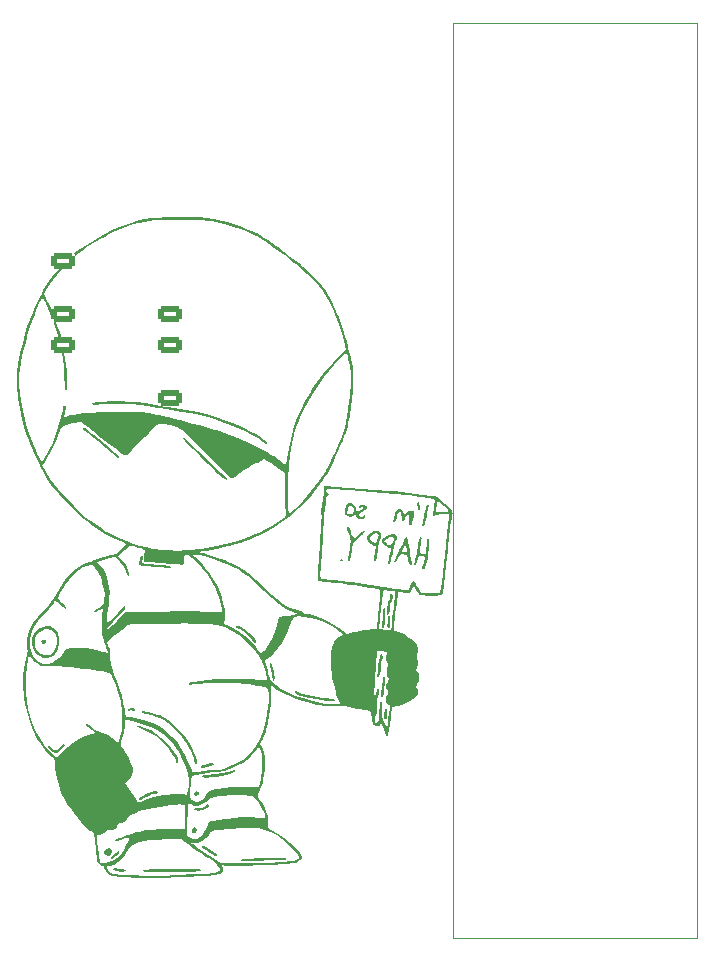
<source format=gbo>
G04 #@! TF.GenerationSoftware,KiCad,Pcbnew,8.0.4*
G04 #@! TF.CreationDate,2025-04-22T11:47:14+02:00*
G04 #@! TF.ProjectId,MarvinProjekt,4d617276-696e-4507-926f-6a656b742e6b,rev?*
G04 #@! TF.SameCoordinates,Original*
G04 #@! TF.FileFunction,Legend,Bot*
G04 #@! TF.FilePolarity,Positive*
%FSLAX46Y46*%
G04 Gerber Fmt 4.6, Leading zero omitted, Abs format (unit mm)*
G04 Created by KiCad (PCBNEW 8.0.4) date 2025-04-22 11:47:14*
%MOMM*%
%LPD*%
G01*
G04 APERTURE LIST*
G04 Aperture macros list*
%AMRoundRect*
0 Rectangle with rounded corners*
0 $1 Rounding radius*
0 $2 $3 $4 $5 $6 $7 $8 $9 X,Y pos of 4 corners*
0 Add a 4 corners polygon primitive as box body*
4,1,4,$2,$3,$4,$5,$6,$7,$8,$9,$2,$3,0*
0 Add four circle primitives for the rounded corners*
1,1,$1+$1,$2,$3*
1,1,$1+$1,$4,$5*
1,1,$1+$1,$6,$7*
1,1,$1+$1,$8,$9*
0 Add four rect primitives between the rounded corners*
20,1,$1+$1,$2,$3,$4,$5,0*
20,1,$1+$1,$4,$5,$6,$7,0*
20,1,$1+$1,$6,$7,$8,$9,0*
20,1,$1+$1,$8,$9,$2,$3,0*%
G04 Aperture macros list end*
%ADD10C,0.100000*%
%ADD11C,0.000000*%
%ADD12C,3.200000*%
%ADD13RoundRect,0.250000X1.000000X-0.500000X1.000000X0.500000X-1.000000X0.500000X-1.000000X-0.500000X0*%
%ADD14C,1.500000*%
%ADD15C,0.750000*%
%ADD16O,2.000000X1.100000*%
%ADD17O,1.800000X1.200000*%
%ADD18O,1.700000X1.700000*%
%ADD19R,1.700000X1.700000*%
%ADD20C,3.890000*%
%ADD21C,0.100000*%
%ADD22RoundRect,0.250000X0.800000X0.450000X-0.800000X0.450000X-0.800000X-0.450000X0.800000X-0.450000X0*%
%ADD23R,2.100000X1.400000*%
%ADD24RoundRect,0.250000X-0.800000X-0.450000X0.800000X-0.450000X0.800000X0.450000X-0.800000X0.450000X0*%
G04 APERTURE END LIST*
G04 #@! TO.C,BT1*
D10*
X131250000Y-90625000D02*
X151950000Y-90625000D01*
X151950000Y-168025000D01*
X131250000Y-168025000D01*
X131250000Y-90625000D01*
D11*
G04 #@! TO.C,G\u002A\u002A\u002A*
G36*
X122539350Y-118625774D02*
G01*
X122815178Y-119699013D01*
X122808534Y-120853823D01*
X122808317Y-120891502D01*
X122808305Y-120893497D01*
X122802534Y-121288813D01*
X122790677Y-121670740D01*
X122774022Y-122012814D01*
X122753856Y-122288572D01*
X122731466Y-122471548D01*
X122695403Y-122683628D01*
X122648777Y-122975642D01*
X122597665Y-123308750D01*
X122548094Y-123644411D01*
X122518105Y-123850437D01*
X122463607Y-124205018D01*
X122410675Y-124501889D01*
X122352250Y-124764898D01*
X122281277Y-125017896D01*
X122190699Y-125284731D01*
X122073460Y-125589254D01*
X121922502Y-125955314D01*
X121730770Y-126406760D01*
X121605973Y-126697545D01*
X121380428Y-127212920D01*
X121182622Y-127646850D01*
X121002340Y-128019267D01*
X120829370Y-128350106D01*
X120653497Y-128659299D01*
X120464509Y-128966781D01*
X120252192Y-129292485D01*
X119775946Y-129967391D01*
X119050639Y-130855135D01*
X118258426Y-131666595D01*
X117382909Y-132418121D01*
X116407691Y-133126063D01*
X116292602Y-133201272D01*
X115897441Y-133438588D01*
X115443056Y-133687289D01*
X114961047Y-133931736D01*
X114483015Y-134156290D01*
X114040560Y-134345315D01*
X113665283Y-134483172D01*
X113314282Y-134591204D01*
X112839928Y-134724641D01*
X112330811Y-134856742D01*
X111808206Y-134982778D01*
X111293388Y-135098017D01*
X110807634Y-135197730D01*
X110372218Y-135277186D01*
X110008417Y-135331657D01*
X109737505Y-135356411D01*
X109666527Y-135364008D01*
X109687365Y-135383074D01*
X109819508Y-135417799D01*
X109893176Y-135435844D01*
X110164283Y-135510618D01*
X110505204Y-135612994D01*
X110884859Y-135733009D01*
X111272168Y-135860699D01*
X111636051Y-135986104D01*
X111945430Y-136099259D01*
X112215316Y-136211435D01*
X112656883Y-136422695D01*
X113119852Y-136670837D01*
X113562239Y-136933003D01*
X113942062Y-137186333D01*
X114062056Y-137277940D01*
X114305191Y-137479577D01*
X114601776Y-137739114D01*
X114933595Y-138039949D01*
X115282435Y-138365479D01*
X115630081Y-138699100D01*
X115958320Y-139024211D01*
X116368750Y-139402032D01*
X116844793Y-139760557D01*
X117322707Y-140042564D01*
X117784704Y-140237708D01*
X118212995Y-140335640D01*
X118309848Y-140347648D01*
X118475583Y-140381305D01*
X118567349Y-140432697D01*
X118617235Y-140516156D01*
X118685807Y-140616290D01*
X118686730Y-140617638D01*
X118832416Y-140656994D01*
X119047323Y-140675041D01*
X119413499Y-140756130D01*
X119835296Y-140893271D01*
X120290256Y-141076432D01*
X120755923Y-141295582D01*
X121209839Y-141540689D01*
X121629548Y-141801721D01*
X121992592Y-142068648D01*
X122323217Y-142337946D01*
X122570424Y-142244384D01*
X122608223Y-142231287D01*
X122809217Y-142177667D01*
X123088505Y-142117732D01*
X123414618Y-142056791D01*
X123756090Y-142000152D01*
X124081454Y-141953121D01*
X124359243Y-141921008D01*
X124557991Y-141909119D01*
X124659818Y-141908015D01*
X124766439Y-141887218D01*
X124814355Y-141814117D01*
X124814578Y-141812758D01*
X125020018Y-141812758D01*
X125041441Y-141861001D01*
X125115323Y-141892906D01*
X125263702Y-141918156D01*
X125508614Y-141946436D01*
X125602953Y-141956176D01*
X125818601Y-141973140D01*
X125973008Y-141977562D01*
X126037637Y-141968265D01*
X126038423Y-141966598D01*
X126052318Y-141888128D01*
X126073447Y-141716833D01*
X126099078Y-141476593D01*
X126126482Y-141191290D01*
X126150259Y-140943515D01*
X126192430Y-140539732D01*
X126237753Y-140137805D01*
X126279800Y-139796231D01*
X126305761Y-139587779D01*
X126336493Y-139308155D01*
X126357501Y-139075143D01*
X126365283Y-138924470D01*
X126365283Y-138704787D01*
X125882916Y-138662710D01*
X125813350Y-138656959D01*
X125597817Y-138643563D01*
X125440801Y-138640577D01*
X125372362Y-138648820D01*
X125363508Y-138685690D01*
X125343082Y-138827087D01*
X125314741Y-139058612D01*
X125280393Y-139363779D01*
X125241941Y-139726100D01*
X125201291Y-140129091D01*
X125173272Y-140411243D01*
X125133487Y-140803016D01*
X125097248Y-141149794D01*
X125066525Y-141433150D01*
X125043287Y-141634659D01*
X125029504Y-141735894D01*
X125029019Y-141738493D01*
X125020018Y-141812758D01*
X124814578Y-141812758D01*
X124840346Y-141655703D01*
X124854363Y-141545073D01*
X124905511Y-141112502D01*
X124953066Y-140667453D01*
X124995761Y-140226292D01*
X125032327Y-139805386D01*
X125061496Y-139421102D01*
X125082000Y-139089805D01*
X125092571Y-138827864D01*
X125091941Y-138651645D01*
X125078843Y-138577514D01*
X125077937Y-138576765D01*
X124994914Y-138548606D01*
X124811267Y-138507635D01*
X124543983Y-138456486D01*
X124210051Y-138397792D01*
X123826461Y-138334189D01*
X123410202Y-138268309D01*
X122978262Y-138202787D01*
X122547629Y-138140257D01*
X122135294Y-138083352D01*
X121758245Y-138034706D01*
X121433470Y-137996954D01*
X121177959Y-137972729D01*
X121137641Y-137969607D01*
X120816140Y-137943741D01*
X120518923Y-137918262D01*
X120277538Y-137895955D01*
X120123533Y-137879609D01*
X119874036Y-137848512D01*
X119831057Y-137508739D01*
X119818771Y-137323527D01*
X119823447Y-137141902D01*
X120047805Y-137141902D01*
X120049768Y-137388526D01*
X120064861Y-137561689D01*
X120093262Y-137638880D01*
X120139370Y-137649662D01*
X120289149Y-137671160D01*
X120521464Y-137698846D01*
X120815788Y-137730309D01*
X121151595Y-137763140D01*
X121375204Y-137784713D01*
X121731995Y-137821693D01*
X122055728Y-137858195D01*
X122317822Y-137890940D01*
X122489696Y-137916649D01*
X122700726Y-137954073D01*
X123206743Y-138040122D01*
X123746998Y-138127643D01*
X124304626Y-138214249D01*
X124862760Y-138297552D01*
X125404535Y-138375165D01*
X125913084Y-138444700D01*
X126371540Y-138503772D01*
X126763037Y-138549991D01*
X127070710Y-138580972D01*
X127277692Y-138594328D01*
X127438329Y-138574924D01*
X127557270Y-138492628D01*
X127644614Y-138328553D01*
X127715840Y-138063966D01*
X127716011Y-138063165D01*
X127780475Y-137882186D01*
X127870799Y-137806190D01*
X127927971Y-137806898D01*
X127975142Y-137856870D01*
X127976687Y-137866654D01*
X128021650Y-137963000D01*
X128116242Y-138120812D01*
X128243452Y-138311281D01*
X128273649Y-138354813D01*
X128394712Y-138536905D01*
X128479694Y-138677048D01*
X128511762Y-138747852D01*
X128527858Y-138780670D01*
X128616104Y-138831442D01*
X128649619Y-138839884D01*
X128837417Y-138866794D01*
X129093949Y-138885329D01*
X129379512Y-138894072D01*
X129654401Y-138891605D01*
X129878912Y-138876511D01*
X130202634Y-138838450D01*
X130336871Y-137914271D01*
X130342197Y-137877291D01*
X130398456Y-137453843D01*
X130453935Y-136984348D01*
X130502498Y-136523386D01*
X130538007Y-136125539D01*
X130560270Y-135860364D01*
X130599281Y-135444616D01*
X130646265Y-134980998D01*
X130697180Y-134509096D01*
X130747985Y-134068497D01*
X130750044Y-134051330D01*
X130796749Y-133661345D01*
X130841187Y-133289057D01*
X130880365Y-132959641D01*
X130911289Y-132698272D01*
X130930964Y-132530123D01*
X130970864Y-132184237D01*
X130471712Y-132193134D01*
X130411493Y-132194620D01*
X130159375Y-132209137D01*
X129944025Y-132233668D01*
X129806681Y-132263830D01*
X129682141Y-132298956D01*
X129612370Y-132297196D01*
X129610271Y-132292958D01*
X129607022Y-132207788D01*
X129615846Y-132040194D01*
X129618190Y-132011455D01*
X129809959Y-132011455D01*
X130249006Y-132005511D01*
X130339456Y-132004218D01*
X130626563Y-131995565D01*
X130802388Y-131972208D01*
X130873301Y-131922033D01*
X130845667Y-131832927D01*
X130725854Y-131692775D01*
X130520229Y-131489463D01*
X130381242Y-131357459D01*
X130209254Y-131202544D01*
X130080429Y-131096671D01*
X130015362Y-131057464D01*
X129992631Y-131065153D01*
X129960467Y-131116628D01*
X129928891Y-131232199D01*
X129893414Y-131430019D01*
X129849551Y-131728239D01*
X129809959Y-132011455D01*
X129618190Y-132011455D01*
X129633766Y-131820513D01*
X129657807Y-131579082D01*
X129684993Y-131346237D01*
X129712349Y-131152315D01*
X129736900Y-131027652D01*
X129742396Y-130988657D01*
X129723912Y-130952214D01*
X129664432Y-130919713D01*
X129548558Y-130886909D01*
X129360891Y-130849559D01*
X129086033Y-130803420D01*
X128708582Y-130744245D01*
X128499519Y-130712216D01*
X128023286Y-130642458D01*
X127588353Y-130584700D01*
X127162638Y-130535393D01*
X126714058Y-130490990D01*
X126210532Y-130447943D01*
X125619978Y-130402705D01*
X125510795Y-130394596D01*
X125090744Y-130362624D01*
X124617404Y-130325670D01*
X124141060Y-130287689D01*
X123711996Y-130252638D01*
X123588109Y-130242394D01*
X123193409Y-130210190D01*
X122767938Y-130176011D01*
X122333071Y-130141524D01*
X121910182Y-130108397D01*
X121520647Y-130078296D01*
X121185840Y-130052890D01*
X120927138Y-130033846D01*
X120765914Y-130022830D01*
X120720688Y-130025907D01*
X120617138Y-130086838D01*
X120561036Y-130192604D01*
X120566358Y-130301947D01*
X120647083Y-130373606D01*
X120684104Y-130390115D01*
X120750258Y-130464951D01*
X120750447Y-130543860D01*
X120677787Y-130580469D01*
X120672718Y-130580804D01*
X120606296Y-130640571D01*
X120559129Y-130774248D01*
X120529071Y-130959990D01*
X120483677Y-131314644D01*
X120436395Y-131761632D01*
X120388633Y-132285206D01*
X120341800Y-132869615D01*
X120297305Y-133499107D01*
X120256555Y-134157933D01*
X120232292Y-134565335D01*
X120203363Y-135019298D01*
X120174462Y-135443091D01*
X120147166Y-135814485D01*
X120123055Y-136111254D01*
X120103705Y-136311170D01*
X120082562Y-136518318D01*
X120058795Y-136844329D01*
X120047805Y-137141902D01*
X119823447Y-137141902D01*
X119827016Y-137003291D01*
X119863128Y-136662159D01*
X119875872Y-136567631D01*
X119906552Y-136284409D01*
X119937442Y-135933526D01*
X119965553Y-135550674D01*
X119987897Y-135171548D01*
X119991344Y-135104197D01*
X120016163Y-134651129D01*
X120046003Y-134146718D01*
X120077412Y-133647787D01*
X120106941Y-133211162D01*
X120110280Y-133163790D01*
X120134360Y-132785024D01*
X120145815Y-132506118D01*
X120144600Y-132310166D01*
X120130669Y-132180264D01*
X120103977Y-132099505D01*
X120092727Y-132077172D01*
X120061756Y-131937604D01*
X120099589Y-131758690D01*
X120100307Y-131756501D01*
X120141637Y-131594815D01*
X120187942Y-131358596D01*
X120235411Y-131075240D01*
X120280231Y-130772148D01*
X120318590Y-130476717D01*
X120346675Y-130216347D01*
X120360674Y-130018435D01*
X120356775Y-129910380D01*
X120346520Y-129855395D01*
X120365083Y-129818870D01*
X120436468Y-129804541D01*
X120582664Y-129808490D01*
X120825663Y-129826796D01*
X121018796Y-129842181D01*
X121322873Y-129865980D01*
X121689358Y-129894367D01*
X122088287Y-129925022D01*
X122489696Y-129955625D01*
X122835967Y-129982412D01*
X123248781Y-130015493D01*
X123638057Y-130047812D01*
X123971997Y-130076721D01*
X124218804Y-130099575D01*
X124356364Y-130112464D01*
X124709750Y-130142024D01*
X125091879Y-130170324D01*
X125441104Y-130192667D01*
X125651548Y-130205455D01*
X126279229Y-130251553D01*
X126927058Y-130309511D01*
X127560192Y-130375776D01*
X128143787Y-130446799D01*
X128643001Y-130519026D01*
X128930991Y-130563297D01*
X129236163Y-130606069D01*
X129496017Y-130638309D01*
X129674438Y-130655249D01*
X129737416Y-130659656D01*
X129843876Y-130674912D01*
X129941392Y-130709521D01*
X130048793Y-130776297D01*
X130184912Y-130888053D01*
X130368578Y-131057604D01*
X130618623Y-131297766D01*
X130757346Y-131432050D01*
X130965168Y-131636576D01*
X131105073Y-131783843D01*
X131189122Y-131890370D01*
X131204608Y-131922033D01*
X131229377Y-131972676D01*
X131237896Y-132047281D01*
X131226742Y-132130703D01*
X131225504Y-132137586D01*
X131217961Y-132184237D01*
X131199157Y-132300538D01*
X131161010Y-132556558D01*
X131114400Y-132882016D01*
X131062668Y-133253278D01*
X131009152Y-133646712D01*
X130957189Y-134038685D01*
X130943145Y-134154565D01*
X130915314Y-134408686D01*
X130882111Y-134732318D01*
X130846548Y-135095849D01*
X130811638Y-135469671D01*
X130795959Y-135635037D01*
X130761512Y-135971514D01*
X130719630Y-136356859D01*
X130672571Y-136772469D01*
X130622588Y-137199743D01*
X130571939Y-137620077D01*
X130522878Y-138014870D01*
X130477661Y-138365519D01*
X130438544Y-138653422D01*
X130407782Y-138859977D01*
X130387631Y-138966582D01*
X130373232Y-138981808D01*
X130265427Y-139015825D01*
X130074957Y-139045103D01*
X129827615Y-139068058D01*
X129549192Y-139083106D01*
X129265480Y-139088663D01*
X129002269Y-139083146D01*
X128785352Y-139064971D01*
X128622006Y-139039573D01*
X128481716Y-138997570D01*
X128390426Y-138925760D01*
X128308357Y-138802230D01*
X128293963Y-138777663D01*
X128174913Y-138587993D01*
X128059897Y-138422144D01*
X127935966Y-138257152D01*
X127783064Y-138547801D01*
X127741095Y-138625039D01*
X127686203Y-138704787D01*
X127658652Y-138744814D01*
X127562188Y-138813973D01*
X127425866Y-138839904D01*
X127223847Y-138829996D01*
X126930292Y-138791636D01*
X126630747Y-138748483D01*
X126499012Y-139747457D01*
X126492578Y-139796584D01*
X126441354Y-140210846D01*
X126392704Y-140641849D01*
X126349295Y-141062609D01*
X126313792Y-141446140D01*
X126288861Y-141765457D01*
X126277166Y-141993575D01*
X126277395Y-142001024D01*
X126292506Y-142030193D01*
X126344995Y-142060931D01*
X126454318Y-142100549D01*
X126639930Y-142156359D01*
X126921285Y-142235674D01*
X127119903Y-142301166D01*
X127259302Y-142380669D01*
X127271236Y-142387475D01*
X127366799Y-142503513D01*
X127475358Y-142629288D01*
X127622308Y-142706076D01*
X127681170Y-142722273D01*
X127893280Y-142839916D01*
X128092435Y-143028206D01*
X128240929Y-143253761D01*
X128249817Y-143273546D01*
X128306026Y-143526848D01*
X128290223Y-143811201D01*
X128204906Y-144069954D01*
X128184342Y-144166327D01*
X128241642Y-144350209D01*
X128321286Y-144617269D01*
X128313115Y-144907981D01*
X128217607Y-145168095D01*
X128192596Y-145209360D01*
X128137324Y-145317921D01*
X128145097Y-145385215D01*
X128215585Y-145458520D01*
X128258947Y-145502041D01*
X128390274Y-145729923D01*
X128431952Y-146004128D01*
X128383309Y-146297686D01*
X128243672Y-146583627D01*
X128203259Y-146646455D01*
X128147491Y-146755260D01*
X128148579Y-146798309D01*
X128161650Y-146800694D01*
X128226373Y-146871709D01*
X128281436Y-147009074D01*
X128313141Y-147168968D01*
X128307788Y-147307571D01*
X128285111Y-147374130D01*
X128146334Y-147585259D01*
X127919163Y-147799580D01*
X127625334Y-148003331D01*
X127286581Y-148182746D01*
X126924642Y-148324063D01*
X126561252Y-148413518D01*
X126142309Y-148482705D01*
X126135153Y-148538824D01*
X126042523Y-149265272D01*
X126015555Y-149473252D01*
X125938968Y-150020501D01*
X125866121Y-150471104D01*
X125794374Y-150841825D01*
X125757251Y-150928458D01*
X125662566Y-150960367D01*
X125640408Y-150951577D01*
X125572771Y-150868841D01*
X125497636Y-150692029D01*
X125409552Y-150409268D01*
X125345689Y-150197589D01*
X125262402Y-149976392D01*
X125192842Y-149869611D01*
X125135314Y-149875037D01*
X125088122Y-149990462D01*
X125077034Y-150031651D01*
X125037458Y-150106019D01*
X124957024Y-150125818D01*
X124797790Y-150106171D01*
X124736181Y-150095194D01*
X124587262Y-150059533D01*
X124510392Y-150026797D01*
X124500778Y-150005580D01*
X124472406Y-149887176D01*
X124437727Y-149692880D01*
X124402179Y-149451595D01*
X124385709Y-149336606D01*
X124346294Y-149109301D01*
X124307542Y-148940283D01*
X124275874Y-148859649D01*
X124271816Y-148856502D01*
X124180682Y-148826317D01*
X123998728Y-148786954D01*
X123750183Y-148743160D01*
X123459275Y-148699681D01*
X123458849Y-148699622D01*
X123141901Y-148649994D01*
X122842178Y-148592231D01*
X122820353Y-148587078D01*
X124512769Y-148587078D01*
X124526171Y-148778233D01*
X124567460Y-148944788D01*
X124582313Y-148973828D01*
X124603865Y-148968114D01*
X124617410Y-148873738D01*
X124623973Y-148680540D01*
X124624578Y-148378356D01*
X124623462Y-148211746D01*
X124620337Y-147979696D01*
X124614771Y-147853409D01*
X124605409Y-147824033D01*
X124590899Y-147882717D01*
X124569888Y-148020610D01*
X124549605Y-148176872D01*
X124525024Y-148409660D01*
X124512770Y-148587041D01*
X124512769Y-148587078D01*
X122820353Y-148587078D01*
X122593438Y-148533501D01*
X122429437Y-148480975D01*
X122422486Y-148478022D01*
X122268800Y-148421844D01*
X122122330Y-148395966D01*
X121941509Y-148397090D01*
X121684766Y-148421921D01*
X121284233Y-148450594D01*
X120573183Y-148427203D01*
X119793949Y-148315607D01*
X118943130Y-148115253D01*
X118017324Y-147825588D01*
X117825150Y-147754879D01*
X117449921Y-147597296D01*
X117072433Y-147416949D01*
X116715604Y-147226397D01*
X116402350Y-147038198D01*
X116155590Y-146864914D01*
X115998240Y-146719102D01*
X115941342Y-146660256D01*
X115872218Y-146619436D01*
X115866731Y-146626490D01*
X115854927Y-146718927D01*
X115849298Y-146901759D01*
X115850207Y-147153676D01*
X115858017Y-147453371D01*
X115859028Y-147482178D01*
X115860597Y-147581507D01*
X115866472Y-147953550D01*
X115851163Y-148375447D01*
X115809044Y-148788412D01*
X115736055Y-149232988D01*
X115628138Y-149749717D01*
X115608491Y-149837323D01*
X115529222Y-150182966D01*
X115464139Y-150444600D01*
X115404798Y-150649159D01*
X115342759Y-150823579D01*
X115269580Y-150994795D01*
X115176818Y-151189742D01*
X114968610Y-151616152D01*
X115096500Y-151866838D01*
X115185275Y-152062630D01*
X115284843Y-152386100D01*
X115340192Y-152753329D01*
X115346493Y-152947599D01*
X115354281Y-153187693D01*
X115330067Y-153712570D01*
X115324610Y-153785238D01*
X115279608Y-154263982D01*
X115222514Y-154654012D01*
X115147360Y-154982135D01*
X115048182Y-155275158D01*
X114919016Y-155559887D01*
X114831101Y-155745300D01*
X114764140Y-155909782D01*
X114738522Y-156005724D01*
X114740737Y-156020044D01*
X114788442Y-156127545D01*
X114885634Y-156294085D01*
X115015420Y-156490110D01*
X115171499Y-156738283D01*
X115336685Y-157045650D01*
X115464413Y-157329417D01*
X115552774Y-157574338D01*
X115602784Y-157778183D01*
X115604442Y-157797910D01*
X115620511Y-157989126D01*
X115614929Y-158262810D01*
X115593349Y-158753004D01*
X116066153Y-158991390D01*
X116480736Y-159231621D01*
X116970107Y-159580829D01*
X117474541Y-160003249D01*
X117972590Y-160482112D01*
X118115591Y-160631592D01*
X118310773Y-160852922D01*
X118428103Y-161022841D01*
X118475489Y-161158594D01*
X118473759Y-161172631D01*
X118460843Y-161277424D01*
X118392073Y-161396575D01*
X118319347Y-161477962D01*
X118161092Y-161588188D01*
X117940832Y-161674402D01*
X117644339Y-161740366D01*
X117257388Y-161789841D01*
X116765752Y-161826589D01*
X116675964Y-161831679D01*
X116204721Y-161856009D01*
X115696191Y-161878839D01*
X115166016Y-161899763D01*
X114629836Y-161918376D01*
X114103291Y-161934270D01*
X113602023Y-161947040D01*
X113141671Y-161956280D01*
X112737875Y-161961583D01*
X112406278Y-161962542D01*
X112162518Y-161958753D01*
X112022237Y-161949807D01*
X111720741Y-161907623D01*
X111780450Y-162131327D01*
X111805861Y-162244918D01*
X111805716Y-162249270D01*
X111801758Y-162367997D01*
X111737631Y-162468323D01*
X111725724Y-162481142D01*
X111639423Y-162555753D01*
X111527526Y-162618465D01*
X111378328Y-162671030D01*
X111180125Y-162715200D01*
X110921213Y-162752725D01*
X110589888Y-162785359D01*
X110174445Y-162814853D01*
X109663181Y-162842958D01*
X109044391Y-162871426D01*
X108743917Y-162884580D01*
X108283735Y-162905396D01*
X107866127Y-162925094D01*
X107506408Y-162942907D01*
X107219891Y-162958069D01*
X107021892Y-162969812D01*
X106927724Y-162977371D01*
X106786521Y-162991780D01*
X106499716Y-163005406D01*
X106137554Y-163010328D01*
X105717727Y-163007365D01*
X105257926Y-162997338D01*
X104775843Y-162981066D01*
X104289168Y-162959370D01*
X103815593Y-162933069D01*
X103372810Y-162902983D01*
X102978509Y-162869933D01*
X102650383Y-162834738D01*
X102406123Y-162798218D01*
X102263419Y-162761193D01*
X102046201Y-162612325D01*
X101866872Y-162380585D01*
X101760445Y-162106877D01*
X101750851Y-162067677D01*
X101688906Y-161968175D01*
X101639969Y-161958706D01*
X101945945Y-161958706D01*
X101957231Y-162031964D01*
X101990737Y-162134578D01*
X102066799Y-162311461D01*
X102165176Y-162445923D01*
X102302024Y-162544993D01*
X102493497Y-162615697D01*
X102755753Y-162665062D01*
X103104945Y-162700115D01*
X103557231Y-162727882D01*
X103591992Y-162729681D01*
X104378426Y-162765979D01*
X105106681Y-162791140D01*
X105764663Y-162805003D01*
X106340278Y-162807402D01*
X106821433Y-162798174D01*
X107196034Y-162777155D01*
X107339828Y-162766259D01*
X107635386Y-162747536D01*
X108008687Y-162726777D01*
X108435052Y-162705265D01*
X108889804Y-162684285D01*
X109348264Y-162665122D01*
X109438705Y-162661497D01*
X110009509Y-162634897D01*
X110472782Y-162605016D01*
X110838778Y-162569933D01*
X111117753Y-162527728D01*
X111319961Y-162476480D01*
X111455659Y-162414268D01*
X111535102Y-162339172D01*
X111568543Y-162249270D01*
X111559516Y-162181627D01*
X111474236Y-162029928D01*
X111318138Y-161848402D01*
X111111133Y-161656627D01*
X110873132Y-161474180D01*
X110624046Y-161320636D01*
X110582945Y-161297995D01*
X110365827Y-161166701D01*
X110078335Y-160979908D01*
X109740048Y-160751021D01*
X109370541Y-160493445D01*
X108989392Y-160220583D01*
X108616177Y-159945841D01*
X108605184Y-159937621D01*
X109042454Y-159937621D01*
X109075653Y-159995450D01*
X109206735Y-160107454D01*
X109244015Y-160135679D01*
X109488776Y-160315343D01*
X109765211Y-160510823D01*
X110047787Y-160704803D01*
X110310973Y-160879967D01*
X110529238Y-161019001D01*
X110677048Y-161104590D01*
X110762780Y-161151786D01*
X110969252Y-161281155D01*
X111168818Y-161422362D01*
X111265544Y-161489020D01*
X111495532Y-161613527D01*
X111711012Y-161694043D01*
X111768395Y-161706055D01*
X111942022Y-161727310D01*
X112189044Y-161742192D01*
X112515987Y-161750707D01*
X112929378Y-161752860D01*
X113435743Y-161748660D01*
X114041609Y-161738113D01*
X114753502Y-161721225D01*
X115577950Y-161698003D01*
X115854286Y-161689036D01*
X116480119Y-161661683D01*
X116997540Y-161626722D01*
X117414245Y-161582642D01*
X117737929Y-161527934D01*
X117976287Y-161461089D01*
X118137015Y-161380596D01*
X118227808Y-161284947D01*
X118256363Y-161172631D01*
X118249203Y-161150064D01*
X118176458Y-161045302D01*
X118038226Y-160883605D01*
X117850598Y-160681572D01*
X117629666Y-160455806D01*
X117391523Y-160222909D01*
X117152259Y-159999483D01*
X116927966Y-159802129D01*
X116777783Y-159682003D01*
X116337941Y-159383801D01*
X115854928Y-159118104D01*
X115382898Y-158915972D01*
X115309478Y-158891110D01*
X115081181Y-158830389D01*
X114822600Y-158787682D01*
X114519074Y-158762533D01*
X114155938Y-158754489D01*
X113718528Y-158763092D01*
X113192180Y-158787889D01*
X112562231Y-158828424D01*
X112524424Y-158831078D01*
X112033437Y-158865245D01*
X111646365Y-158893214D01*
X111349235Y-158918355D01*
X111128075Y-158944036D01*
X110968912Y-158973624D01*
X110857772Y-159010489D01*
X110780683Y-159057998D01*
X110723672Y-159119521D01*
X110672767Y-159198425D01*
X110613993Y-159298079D01*
X110596752Y-159326078D01*
X110349476Y-159638822D01*
X110053291Y-159852414D01*
X109686329Y-159982999D01*
X109514036Y-160016578D01*
X109350223Y-160021968D01*
X109216535Y-159983087D01*
X109106686Y-159939692D01*
X109042454Y-159937621D01*
X108605184Y-159937621D01*
X108247587Y-159670239D01*
X107172407Y-159703579D01*
X106936434Y-159712041D01*
X106258043Y-159750478D01*
X105652332Y-159806669D01*
X105127006Y-159879166D01*
X104689769Y-159966520D01*
X104348325Y-160067282D01*
X104110377Y-160180005D01*
X103983630Y-160303239D01*
X103781951Y-160655245D01*
X103521723Y-161028705D01*
X103240709Y-161335837D01*
X102915283Y-161605440D01*
X102717588Y-161747692D01*
X102549719Y-161856457D01*
X102423114Y-161915166D01*
X102309401Y-161936464D01*
X102180209Y-161932992D01*
X102118204Y-161928418D01*
X101990636Y-161928171D01*
X101945945Y-161958706D01*
X101639969Y-161958706D01*
X101558333Y-161942910D01*
X101438192Y-161924882D01*
X101269797Y-161815616D01*
X101176251Y-161625712D01*
X101165208Y-161559586D01*
X101141866Y-161384271D01*
X101113405Y-161143731D01*
X101083706Y-160869671D01*
X101069944Y-160739912D01*
X101029768Y-160383395D01*
X100986490Y-160023492D01*
X100947358Y-159721248D01*
X100892350Y-159319436D01*
X101128133Y-159319436D01*
X101164614Y-159721901D01*
X101174063Y-159825441D01*
X101229791Y-160403706D01*
X101280520Y-160869110D01*
X101327020Y-161227034D01*
X101370059Y-161482858D01*
X101410407Y-161641962D01*
X101448834Y-161709726D01*
X101469082Y-161721795D01*
X101547257Y-161750155D01*
X101653407Y-161751990D01*
X101816464Y-161725354D01*
X102065362Y-161668305D01*
X102442298Y-161541551D01*
X102848711Y-161308020D01*
X103179864Y-161000064D01*
X103418951Y-160630566D01*
X103433621Y-160599555D01*
X103611445Y-160219093D01*
X103739218Y-159935124D01*
X103820737Y-159738532D01*
X103859800Y-159620199D01*
X103860203Y-159571007D01*
X103836272Y-159567524D01*
X103718522Y-159585537D01*
X103528518Y-159630530D01*
X103293259Y-159696525D01*
X103065741Y-159764552D01*
X102877708Y-159818562D01*
X102766936Y-159843714D01*
X102713046Y-159842560D01*
X102695658Y-159817655D01*
X102694391Y-159771550D01*
X102698983Y-159744341D01*
X102725198Y-159709881D01*
X102786438Y-159671032D01*
X102895857Y-159622659D01*
X103066605Y-159559629D01*
X103311834Y-159476807D01*
X103456338Y-159430030D01*
X108776081Y-159430030D01*
X108933183Y-159553606D01*
X109076056Y-159631581D01*
X109328911Y-159676074D01*
X109601807Y-159641793D01*
X109854698Y-159529775D01*
X110017925Y-159393237D01*
X110227645Y-159133111D01*
X110400963Y-158822732D01*
X110512562Y-158501667D01*
X110542205Y-158388318D01*
X110605377Y-158242899D01*
X110678381Y-158199162D01*
X110701580Y-158198435D01*
X110834161Y-158182602D01*
X111038292Y-158150420D01*
X111280306Y-158107040D01*
X112139362Y-157968418D01*
X113298386Y-157863367D01*
X114425494Y-157860126D01*
X114594454Y-157867149D01*
X114909079Y-157878551D01*
X115128719Y-157882219D01*
X115270222Y-157877070D01*
X115350437Y-157862024D01*
X115386210Y-157835998D01*
X115394391Y-157797910D01*
X115391679Y-157766899D01*
X115345654Y-157605646D01*
X115252391Y-157378200D01*
X115124494Y-157111360D01*
X114974570Y-156831923D01*
X114815224Y-156566688D01*
X114800253Y-156543468D01*
X114675243Y-156364221D01*
X114550102Y-156226045D01*
X114407832Y-156123812D01*
X114231430Y-156052395D01*
X114003896Y-156006667D01*
X113708229Y-155981501D01*
X113327427Y-155971769D01*
X112844490Y-155972344D01*
X112423642Y-155979645D01*
X111894429Y-156006410D01*
X111457404Y-156055385D01*
X111097132Y-156130062D01*
X110798182Y-156233935D01*
X110545120Y-156370497D01*
X110322514Y-156543242D01*
X110171951Y-156660005D01*
X109889428Y-156801947D01*
X109599253Y-156867247D01*
X109329668Y-156851122D01*
X109108916Y-156748789D01*
X109091303Y-156735350D01*
X108977008Y-156668403D01*
X108909135Y-156662282D01*
X108907088Y-156664546D01*
X108874224Y-156762532D01*
X108865438Y-156822150D01*
X108844587Y-156963639D01*
X108819250Y-157252666D01*
X108799286Y-157614414D01*
X108785768Y-158033683D01*
X108779767Y-158495273D01*
X108776081Y-159430030D01*
X103456338Y-159430030D01*
X103644697Y-159369057D01*
X104078344Y-159231246D01*
X104394634Y-159132984D01*
X104687596Y-159049782D01*
X104939802Y-158992117D01*
X105189790Y-158952722D01*
X105476098Y-158924334D01*
X105837264Y-158899688D01*
X105859258Y-158898357D01*
X106273147Y-158877687D01*
X106746194Y-158860524D01*
X107221763Y-158848622D01*
X107643217Y-158843737D01*
X108567396Y-158841785D01*
X108586395Y-157831968D01*
X108605394Y-156822150D01*
X108395482Y-156782770D01*
X108393676Y-156782433D01*
X108143638Y-156762135D01*
X107801463Y-156771483D01*
X107389271Y-156806715D01*
X106929186Y-156864068D01*
X106443328Y-156939781D01*
X105953819Y-157030090D01*
X105482781Y-157131232D01*
X105052336Y-157239447D01*
X104684605Y-157350970D01*
X104401711Y-157462039D01*
X104211755Y-157548774D01*
X104024470Y-157629139D01*
X103901785Y-157675806D01*
X103817670Y-157720001D01*
X103767630Y-157798457D01*
X103767395Y-157806688D01*
X103710250Y-157948775D01*
X103574562Y-158099758D01*
X103392241Y-158230922D01*
X103195200Y-158313551D01*
X103067447Y-158352985D01*
X102920180Y-158445595D01*
X102803872Y-158608575D01*
X102789786Y-158632785D01*
X102624564Y-158821975D01*
X102397595Y-158928377D01*
X102089249Y-158961689D01*
X102043667Y-158962831D01*
X101912418Y-158982545D01*
X101859649Y-159018991D01*
X101833809Y-159097165D01*
X101720767Y-159205652D01*
X101551578Y-159287240D01*
X101363399Y-159319436D01*
X101128133Y-159319436D01*
X100892350Y-159319436D01*
X100875846Y-159198881D01*
X100613017Y-159024911D01*
X100575842Y-158999100D01*
X100357989Y-158815461D01*
X100095324Y-158552928D01*
X99802804Y-158230218D01*
X99495385Y-157866045D01*
X99188022Y-157479125D01*
X98895672Y-157088174D01*
X98633290Y-156711906D01*
X98415834Y-156369037D01*
X98258258Y-156078282D01*
X98201004Y-155951620D01*
X98041133Y-155536543D01*
X97892190Y-155066320D01*
X97762239Y-154573514D01*
X97659338Y-154090694D01*
X97591548Y-153650423D01*
X97566931Y-153285269D01*
X97541218Y-153054329D01*
X97457504Y-152845613D01*
X97327717Y-152722108D01*
X97270910Y-152682334D01*
X97136210Y-152554423D01*
X96959910Y-152364170D01*
X96759316Y-152132307D01*
X96551732Y-151879568D01*
X96354465Y-151626686D01*
X96184819Y-151394393D01*
X96060100Y-151203423D01*
X95984166Y-151068616D01*
X95761529Y-150606420D01*
X95545500Y-150066487D01*
X95345998Y-149479606D01*
X95172943Y-148876564D01*
X95036254Y-148288148D01*
X94945852Y-147745147D01*
X94913768Y-147421968D01*
X94889262Y-146916432D01*
X94888453Y-146500187D01*
X95116374Y-146500187D01*
X95116881Y-146624493D01*
X95142413Y-147343255D01*
X95210902Y-148000037D01*
X95328462Y-148639424D01*
X95501209Y-149305998D01*
X95729030Y-150001676D01*
X95991164Y-150619130D01*
X96299711Y-151174186D01*
X96670361Y-151695005D01*
X97118800Y-152209748D01*
X97143135Y-152235411D01*
X97343069Y-152440021D01*
X97515587Y-152606125D01*
X97642973Y-152717253D01*
X97707506Y-152756935D01*
X97720795Y-152752545D01*
X97808316Y-152686564D01*
X97943569Y-152558198D01*
X98103311Y-152389050D01*
X98252584Y-152232717D01*
X98665278Y-151866926D01*
X98884147Y-151707265D01*
X103149260Y-151707265D01*
X103202179Y-151809574D01*
X103320228Y-151959447D01*
X103405741Y-152078079D01*
X103542848Y-152299225D01*
X103693467Y-152567554D01*
X103837623Y-152848730D01*
X103854577Y-152883799D01*
X104045178Y-153321721D01*
X104155949Y-153686820D01*
X104186535Y-153994108D01*
X104136586Y-154258597D01*
X104005748Y-154495298D01*
X103793668Y-154719222D01*
X103537746Y-154944494D01*
X104040247Y-155681660D01*
X104123888Y-155805413D01*
X104289291Y-156056987D01*
X104422168Y-156268479D01*
X104510620Y-156420647D01*
X104542748Y-156494250D01*
X104542759Y-156496938D01*
X104562281Y-156569319D01*
X104631244Y-156587622D01*
X104767757Y-156550289D01*
X104989931Y-156455762D01*
X105030339Y-156437422D01*
X105348123Y-156302169D01*
X105643534Y-156197577D01*
X105951904Y-156113892D01*
X106308566Y-156041361D01*
X106748851Y-155970232D01*
X106764802Y-155968150D01*
X109004070Y-155968150D01*
X109028335Y-156132633D01*
X109092752Y-156260140D01*
X109202032Y-156378514D01*
X109379899Y-156501253D01*
X109607417Y-156543889D01*
X109861093Y-156472195D01*
X109867259Y-156469231D01*
X110053557Y-156342445D01*
X110240882Y-156158452D01*
X110394546Y-155956329D01*
X110479859Y-155775153D01*
X110480564Y-155772437D01*
X110534069Y-155689444D01*
X110659850Y-155618650D01*
X110880976Y-155546929D01*
X111145732Y-155478444D01*
X111423910Y-155419857D01*
X111714378Y-155375318D01*
X112038519Y-155342715D01*
X112417712Y-155319935D01*
X112873340Y-155304866D01*
X113426785Y-155295394D01*
X114827959Y-155278435D01*
X114934543Y-154965206D01*
X114949129Y-154917621D01*
X114999588Y-154683396D01*
X115046301Y-154369940D01*
X115086576Y-154008441D01*
X115117722Y-153630091D01*
X115137049Y-153266080D01*
X115141865Y-152947599D01*
X115129479Y-152705839D01*
X115128073Y-152693906D01*
X115087727Y-152477246D01*
X115024297Y-152255696D01*
X114949340Y-152059724D01*
X114874412Y-151919797D01*
X114811070Y-151866384D01*
X114761902Y-151898110D01*
X114695188Y-152000539D01*
X114646089Y-152076032D01*
X114527263Y-152226316D01*
X114361695Y-152419347D01*
X114169025Y-152631568D01*
X114163946Y-152637008D01*
X113973274Y-152837042D01*
X113813427Y-152988838D01*
X113656544Y-153111951D01*
X113474768Y-153225937D01*
X113240239Y-153350353D01*
X112925098Y-153504755D01*
X112595915Y-153662310D01*
X112334096Y-153781088D01*
X112120907Y-153864377D01*
X111926678Y-153920742D01*
X111721739Y-153958745D01*
X111476423Y-153986951D01*
X111161058Y-154013924D01*
X110892254Y-154038993D01*
X110128237Y-154140139D01*
X109327607Y-154285894D01*
X109232816Y-154309173D01*
X109164466Y-154354968D01*
X109136752Y-154450878D01*
X109129899Y-154631466D01*
X109129007Y-154664450D01*
X109128620Y-154678769D01*
X109113398Y-154906914D01*
X109085206Y-155188600D01*
X109048873Y-155473661D01*
X109015244Y-155738849D01*
X109004070Y-155968150D01*
X106764802Y-155968150D01*
X107039254Y-155932328D01*
X107452904Y-155895268D01*
X107846678Y-155878044D01*
X108196199Y-155880937D01*
X108477086Y-155904226D01*
X108664960Y-155948192D01*
X108701889Y-155956301D01*
X108748762Y-155923036D01*
X108787715Y-155813572D01*
X108828927Y-155606710D01*
X108884136Y-155150915D01*
X108894301Y-154664450D01*
X108855190Y-154214647D01*
X108768060Y-153838024D01*
X108767338Y-153835890D01*
X108663396Y-153568998D01*
X108513984Y-153236163D01*
X108336659Y-152872232D01*
X108148982Y-152512053D01*
X107968513Y-152190470D01*
X107812810Y-151942332D01*
X107537514Y-151581434D01*
X107125330Y-151143526D01*
X106680253Y-150768051D01*
X106231536Y-150482025D01*
X106181826Y-150456148D01*
X105726148Y-150242149D01*
X105221713Y-150039646D01*
X104705924Y-149861670D01*
X104216187Y-149721252D01*
X103789906Y-149631423D01*
X103543871Y-149592665D01*
X103504012Y-149939501D01*
X103464069Y-150231803D01*
X103403659Y-150585311D01*
X103333595Y-150934140D01*
X103261552Y-151240351D01*
X103195204Y-151466003D01*
X103194141Y-151469016D01*
X103150304Y-151608439D01*
X103149260Y-151707265D01*
X98884147Y-151707265D01*
X99135776Y-151523706D01*
X99633382Y-151222411D01*
X100127399Y-150982395D01*
X100587130Y-150823012D01*
X100628935Y-150812035D01*
X100835669Y-150752121D01*
X100941277Y-150705073D01*
X100959464Y-150661822D01*
X100903932Y-150613296D01*
X100852684Y-150580226D01*
X100683092Y-150456488D01*
X100506202Y-150311571D01*
X100347855Y-150168433D01*
X100233895Y-150050026D01*
X100190166Y-149979305D01*
X100192382Y-149951334D01*
X100233202Y-149905435D01*
X100332089Y-149932670D01*
X100497698Y-150036866D01*
X100738682Y-150221850D01*
X100788492Y-150261155D01*
X101005941Y-150417585D01*
X101210904Y-150544292D01*
X101364738Y-150616890D01*
X101679769Y-150740176D01*
X102041023Y-150920580D01*
X102379803Y-151125221D01*
X102649335Y-151328202D01*
X102932213Y-151577802D01*
X102996485Y-151409065D01*
X103107092Y-151051916D01*
X103208456Y-150530315D01*
X103267437Y-149954907D01*
X103282230Y-149358352D01*
X103251029Y-148773315D01*
X103172030Y-148232457D01*
X103147001Y-148114377D01*
X103048394Y-147709310D01*
X102930453Y-147294821D01*
X102799885Y-146888830D01*
X102663391Y-146509256D01*
X102527676Y-146174017D01*
X102399443Y-145901033D01*
X102285398Y-145708223D01*
X102192242Y-145613506D01*
X102127850Y-145590855D01*
X101937272Y-145547477D01*
X101653933Y-145497360D01*
X101293955Y-145442338D01*
X100873463Y-145384246D01*
X100408577Y-145324917D01*
X99915420Y-145266185D01*
X99410116Y-145209884D01*
X98908786Y-145157848D01*
X98427553Y-145111911D01*
X97982540Y-145073908D01*
X97589869Y-145045672D01*
X97265663Y-145029036D01*
X97026044Y-145025836D01*
X96395960Y-145039389D01*
X96070483Y-144824042D01*
X95917968Y-144711772D01*
X95729522Y-144543898D01*
X95597515Y-144392173D01*
X95555950Y-144333268D01*
X95465487Y-144220290D01*
X95411685Y-144175242D01*
X95363262Y-144222836D01*
X95310623Y-144373583D01*
X95260171Y-144610900D01*
X95214066Y-144917763D01*
X95174471Y-145277148D01*
X95143549Y-145672029D01*
X95123463Y-146085384D01*
X95116374Y-146500187D01*
X94888453Y-146500187D01*
X94888220Y-146380135D01*
X94909046Y-145837943D01*
X94950146Y-145314723D01*
X95009924Y-144835340D01*
X95086787Y-144424661D01*
X95179139Y-144107552D01*
X95234298Y-143941370D01*
X95257983Y-143759913D01*
X95230020Y-143564693D01*
X95209107Y-143424800D01*
X95200793Y-143240437D01*
X95432615Y-143240437D01*
X95440032Y-143342280D01*
X95529861Y-143806103D01*
X95709605Y-144193645D01*
X95982326Y-144509974D01*
X96351085Y-144760155D01*
X96609255Y-144845908D01*
X96942295Y-144850239D01*
X97293710Y-144757097D01*
X97641668Y-144569702D01*
X97661965Y-144555641D01*
X97932359Y-144342680D01*
X98131413Y-144119637D01*
X98298795Y-143842620D01*
X98314949Y-143814014D01*
X98436016Y-143685875D01*
X98629138Y-143590803D01*
X98909680Y-143523150D01*
X99293010Y-143477271D01*
X99342517Y-143473591D01*
X99732722Y-143472936D01*
X100188967Y-143519252D01*
X100724912Y-143614415D01*
X101354218Y-143760301D01*
X101365582Y-143763167D01*
X101636599Y-143828959D01*
X101861868Y-143878984D01*
X102018194Y-143908396D01*
X102082382Y-143912353D01*
X102084041Y-143869977D01*
X102043178Y-143766163D01*
X101990212Y-143657672D01*
X101886651Y-143404994D01*
X101782945Y-143110876D01*
X101741616Y-142976740D01*
X101959981Y-142976740D01*
X102097750Y-143322384D01*
X102193131Y-143635890D01*
X102220254Y-143869977D01*
X102248669Y-144115210D01*
X102257362Y-144304080D01*
X102328740Y-144908979D01*
X102460792Y-145461683D01*
X102647284Y-145933755D01*
X102827852Y-146336361D01*
X103032997Y-146899777D01*
X103215984Y-147517714D01*
X103366549Y-148154897D01*
X103474427Y-148776055D01*
X103482721Y-148835413D01*
X103523882Y-149082115D01*
X103574559Y-149236220D01*
X103653163Y-149319567D01*
X103778101Y-149353995D01*
X103890544Y-149358352D01*
X103967785Y-149361345D01*
X104132146Y-149376419D01*
X104391954Y-149420975D01*
X104710214Y-149488894D01*
X105058228Y-149574019D01*
X105407302Y-149670194D01*
X105877736Y-149838281D01*
X106393142Y-150112589D01*
X106884375Y-150484095D01*
X106921842Y-150516563D01*
X107141492Y-150704880D01*
X107354229Y-150884419D01*
X107518704Y-151020229D01*
X107535330Y-151034137D01*
X107664342Y-151161697D01*
X107816256Y-151335552D01*
X107970398Y-151528843D01*
X108106095Y-151714707D01*
X108202674Y-151866284D01*
X108239461Y-151956712D01*
X108255386Y-151994865D01*
X108323237Y-152109503D01*
X108426279Y-152265489D01*
X108449635Y-152300957D01*
X108565899Y-152504300D01*
X108710382Y-152788262D01*
X108871385Y-153128327D01*
X109037208Y-153499981D01*
X109196152Y-153878708D01*
X109202329Y-153893315D01*
X109256916Y-153968844D01*
X109355424Y-154001328D01*
X109535014Y-154004570D01*
X109548512Y-154004110D01*
X109757757Y-153988451D01*
X110025226Y-153958046D01*
X110296504Y-153919011D01*
X110297240Y-153918892D01*
X110590464Y-153879406D01*
X110900754Y-153850069D01*
X111161058Y-153837223D01*
X111277349Y-153833878D01*
X111528791Y-153809084D01*
X111782655Y-153754172D01*
X112063978Y-153661464D01*
X112397798Y-153523286D01*
X112809151Y-153331962D01*
X113138456Y-153164785D01*
X113474392Y-152961919D01*
X113763657Y-152737644D01*
X114041041Y-152464309D01*
X114341336Y-152114264D01*
X114591154Y-151785466D01*
X114926800Y-151235299D01*
X115179051Y-150648195D01*
X115365216Y-149988215D01*
X115429482Y-149694245D01*
X115555524Y-149048973D01*
X115639453Y-148492227D01*
X115682900Y-148008306D01*
X115687494Y-147581507D01*
X115654862Y-147196127D01*
X115642355Y-147112452D01*
X115603349Y-146976374D01*
X115524432Y-146897516D01*
X115371646Y-146832248D01*
X115235512Y-146796431D01*
X115004329Y-146750416D01*
X114701655Y-146698281D01*
X114350957Y-146644066D01*
X113975702Y-146591813D01*
X113707062Y-146558929D01*
X112894129Y-146485565D01*
X112059197Y-146445543D01*
X111236240Y-146439358D01*
X110459233Y-146467504D01*
X109762150Y-146530476D01*
X109464118Y-146567831D01*
X109231948Y-146595722D01*
X109083211Y-146609169D01*
X108999525Y-146607673D01*
X108962509Y-146590735D01*
X108953779Y-146557853D01*
X108954954Y-146508529D01*
X108955183Y-146499331D01*
X108984011Y-146433299D01*
X109079515Y-146391547D01*
X109267982Y-146361750D01*
X109872753Y-146293636D01*
X110523482Y-146224544D01*
X111089123Y-146170914D01*
X111587862Y-146132034D01*
X112037882Y-146107190D01*
X112457367Y-146095670D01*
X112864502Y-146096760D01*
X113277471Y-146109747D01*
X113714457Y-146133917D01*
X114193646Y-146168558D01*
X114334330Y-146179342D01*
X114698686Y-146205021D01*
X115015473Y-146224136D01*
X115266879Y-146235807D01*
X115435090Y-146239151D01*
X115502292Y-146233288D01*
X115503654Y-146231523D01*
X115509903Y-146152100D01*
X115496328Y-145990777D01*
X115465578Y-145780239D01*
X115416182Y-145536780D01*
X115200980Y-144867090D01*
X115076961Y-144618442D01*
X115354956Y-144618442D01*
X115360744Y-144633824D01*
X115424085Y-144825123D01*
X115500792Y-145085116D01*
X115579107Y-145371041D01*
X115647270Y-145640139D01*
X115693524Y-145849649D01*
X115703395Y-145899307D01*
X115747881Y-146059201D01*
X115818872Y-146195323D01*
X115937771Y-146341400D01*
X116125978Y-146531160D01*
X116290158Y-146679093D01*
X116717086Y-146987761D01*
X117237020Y-147273176D01*
X117856379Y-147538236D01*
X118581579Y-147785842D01*
X119419039Y-148018893D01*
X119751877Y-148096426D01*
X120095641Y-148164822D01*
X120405630Y-148215639D01*
X120641339Y-148241501D01*
X120805942Y-148248672D01*
X121058631Y-148252162D01*
X121303747Y-148248411D01*
X121513382Y-148238404D01*
X121659628Y-148223129D01*
X121714579Y-148203572D01*
X121698712Y-148160177D01*
X121644836Y-148034734D01*
X121565998Y-147859538D01*
X121472833Y-147625253D01*
X121405260Y-147415429D01*
X124587323Y-147415429D01*
X124605952Y-147513137D01*
X124619780Y-147530368D01*
X124680489Y-147530071D01*
X124743086Y-147446913D01*
X124792373Y-147308177D01*
X124813152Y-147141149D01*
X124815456Y-147084305D01*
X124848571Y-146947144D01*
X124906067Y-146916137D01*
X124968918Y-146989155D01*
X125018100Y-147164072D01*
X125027805Y-147235302D01*
X125023380Y-147402205D01*
X124960745Y-147517519D01*
X124937583Y-147549293D01*
X124900155Y-147647130D01*
X124873153Y-147805952D01*
X124853861Y-148045173D01*
X124839812Y-148378356D01*
X124839565Y-148384207D01*
X124837307Y-148451082D01*
X124821119Y-148782477D01*
X124798572Y-149013925D01*
X124767483Y-149161894D01*
X124725667Y-149242849D01*
X124709178Y-149265272D01*
X124657086Y-149407459D01*
X124636175Y-149590445D01*
X124636285Y-149620633D01*
X124646901Y-149763861D01*
X124688164Y-149825788D01*
X124778857Y-149839154D01*
X124877594Y-149816443D01*
X124967546Y-149734811D01*
X124969918Y-149728547D01*
X124990188Y-149618337D01*
X125011646Y-149418555D01*
X125031874Y-149155469D01*
X125048456Y-148855351D01*
X125065015Y-148536325D01*
X125083223Y-148311169D01*
X125105429Y-148171487D01*
X125134373Y-148100201D01*
X125172795Y-148080234D01*
X125192652Y-148083625D01*
X125227730Y-148124142D01*
X125249967Y-148225935D01*
X125262372Y-148408306D01*
X125267956Y-148690562D01*
X125277594Y-149018287D01*
X125305029Y-149280721D01*
X125358441Y-149526966D01*
X125446034Y-149808520D01*
X125484733Y-149919780D01*
X125561031Y-150123054D01*
X125621720Y-150263643D01*
X125656280Y-150316149D01*
X125667789Y-150311619D01*
X125686916Y-150277432D01*
X125707925Y-150197380D01*
X125733311Y-150056961D01*
X125765571Y-149841670D01*
X125807200Y-149537004D01*
X125860696Y-149128461D01*
X125879325Y-148982897D01*
X125910727Y-148716357D01*
X125924942Y-148538824D01*
X125922099Y-148429984D01*
X125902328Y-148369522D01*
X125865760Y-148337122D01*
X125713300Y-148219133D01*
X125604540Y-148020415D01*
X125603506Y-147784182D01*
X125712484Y-147522586D01*
X125715467Y-147517685D01*
X125788531Y-147380746D01*
X125797117Y-147288024D01*
X125746410Y-147188463D01*
X125632110Y-146930005D01*
X125627163Y-146655344D01*
X125734116Y-146353781D01*
X125739878Y-146342456D01*
X125820846Y-146177024D01*
X125850436Y-146080102D01*
X125831561Y-146015991D01*
X125767132Y-145948993D01*
X125710064Y-145863979D01*
X125658599Y-145671373D01*
X125647278Y-145436712D01*
X125676939Y-145202205D01*
X125748424Y-145010062D01*
X125758441Y-144993015D01*
X125811381Y-144880989D01*
X125798519Y-144793832D01*
X125713939Y-144673852D01*
X125642674Y-144567711D01*
X125605903Y-144431773D01*
X125620101Y-144242667D01*
X125630601Y-144176486D01*
X125662874Y-144006062D01*
X125690778Y-143898902D01*
X125695728Y-143880563D01*
X125659486Y-143831333D01*
X125522014Y-143815666D01*
X125517965Y-143815627D01*
X125313743Y-143799410D01*
X125103500Y-143763502D01*
X125056980Y-143752889D01*
X124936318Y-143737447D01*
X124880934Y-143779047D01*
X124850995Y-143899079D01*
X124837560Y-143997291D01*
X124815583Y-144216954D01*
X124789383Y-144527094D01*
X124760167Y-144911647D01*
X124729145Y-145354547D01*
X124697525Y-145839728D01*
X124666515Y-146351126D01*
X124657639Y-146494441D01*
X124637331Y-146778659D01*
X124616333Y-147026474D01*
X124597997Y-147196541D01*
X124591554Y-147253547D01*
X124587323Y-147415429D01*
X121405260Y-147415429D01*
X121357939Y-147268492D01*
X121244519Y-146853683D01*
X121140755Y-146413403D01*
X121054834Y-145980226D01*
X120994941Y-145586731D01*
X120975095Y-145380296D01*
X120954981Y-145018159D01*
X120946624Y-144630011D01*
X120951822Y-144270779D01*
X120963015Y-144005381D01*
X120979316Y-143768008D01*
X121005699Y-143588849D01*
X121049571Y-143434595D01*
X121118340Y-143271938D01*
X121219415Y-143067568D01*
X121320752Y-142871608D01*
X121414848Y-142713308D01*
X121499951Y-142616905D01*
X121599213Y-142557387D01*
X121735785Y-142509745D01*
X121829369Y-142478402D01*
X121961015Y-142422082D01*
X122012701Y-142380669D01*
X121990013Y-142344820D01*
X121885520Y-142250270D01*
X121715487Y-142119525D01*
X121501340Y-141968121D01*
X121264503Y-141811594D01*
X121026401Y-141665479D01*
X120693987Y-141484737D01*
X120184800Y-141254378D01*
X119667179Y-141069245D01*
X119161913Y-140934572D01*
X118689794Y-140855593D01*
X118271610Y-140837539D01*
X117928154Y-140885645D01*
X117869155Y-140902602D01*
X117763607Y-140946117D01*
X117694249Y-141016513D01*
X117638973Y-141143287D01*
X117575667Y-141355940D01*
X117507045Y-141579119D01*
X117307645Y-142095217D01*
X117058484Y-142607062D01*
X116772094Y-143095946D01*
X116461004Y-143543160D01*
X116137747Y-143929994D01*
X115814854Y-144237740D01*
X115504855Y-144447688D01*
X115493210Y-144453883D01*
X115381875Y-144539811D01*
X115354956Y-144618442D01*
X115076961Y-144618442D01*
X114879636Y-144222822D01*
X114461445Y-143614779D01*
X113955706Y-143053762D01*
X113371716Y-142550573D01*
X112718770Y-142116014D01*
X112006167Y-141760887D01*
X111923439Y-141726966D01*
X111750307Y-141663521D01*
X111568169Y-141609446D01*
X111367002Y-141564097D01*
X111136788Y-141526829D01*
X110867506Y-141497001D01*
X110549137Y-141473968D01*
X110171661Y-141457088D01*
X109725058Y-141445716D01*
X109199307Y-141439210D01*
X108584389Y-141436926D01*
X107870285Y-141438220D01*
X107046973Y-141442449D01*
X106394333Y-141446921D01*
X105779130Y-141452299D01*
X105265908Y-141458413D01*
X104845605Y-141465551D01*
X104509160Y-141473997D01*
X104247510Y-141484038D01*
X104051594Y-141495960D01*
X103912350Y-141510047D01*
X103820716Y-141526587D01*
X103767630Y-141545864D01*
X103746296Y-141558987D01*
X103623443Y-141646426D01*
X103436819Y-141788738D01*
X103207789Y-141969407D01*
X102957716Y-142171920D01*
X102887438Y-142229534D01*
X102637550Y-142433805D01*
X102412895Y-142616602D01*
X102235758Y-142759829D01*
X102128422Y-142845388D01*
X101959981Y-142976740D01*
X101741616Y-142976740D01*
X101691152Y-142812959D01*
X101623330Y-142548883D01*
X101591538Y-142356290D01*
X101589696Y-142329344D01*
X101573927Y-142108965D01*
X101553288Y-141831838D01*
X101531747Y-141551361D01*
X101523636Y-141428685D01*
X101525731Y-141013690D01*
X101582150Y-140627854D01*
X101586777Y-140606322D01*
X101627658Y-140404089D01*
X101652834Y-140257139D01*
X101657015Y-140195988D01*
X101640389Y-140197113D01*
X101544448Y-140232291D01*
X101395253Y-140299963D01*
X101331552Y-140329213D01*
X101150057Y-140398898D01*
X101012252Y-140433707D01*
X100984702Y-140435807D01*
X100889174Y-140415395D01*
X100883585Y-140356403D01*
X100958919Y-140280407D01*
X101106160Y-140208983D01*
X101325018Y-140111302D01*
X101544446Y-139935670D01*
X101691260Y-139698132D01*
X101767112Y-139390992D01*
X101773651Y-139006551D01*
X101712530Y-138537115D01*
X101585400Y-137974984D01*
X101555685Y-137863670D01*
X101454760Y-137534511D01*
X101343063Y-137266732D01*
X101199826Y-137016138D01*
X101004275Y-136738533D01*
X100985078Y-136713095D01*
X100860447Y-136570371D01*
X100747999Y-136503115D01*
X100607536Y-136485712D01*
X100544814Y-136488701D01*
X100274881Y-136552735D01*
X99960825Y-136689079D01*
X99628568Y-136883103D01*
X99304031Y-137120174D01*
X99013136Y-137385663D01*
X98995009Y-137405340D01*
X98879984Y-137550099D01*
X98724456Y-137766299D01*
X98544118Y-138029876D01*
X98354663Y-138316765D01*
X98171782Y-138602901D01*
X98011168Y-138864218D01*
X97888514Y-139076652D01*
X97819513Y-139216137D01*
X97822867Y-139245920D01*
X97887911Y-139355353D01*
X98017706Y-139515753D01*
X98197055Y-139707345D01*
X98221485Y-139732026D01*
X98405035Y-139924721D01*
X98510994Y-140055381D01*
X98549979Y-140139338D01*
X98532607Y-140191924D01*
X98527354Y-140196705D01*
X98471861Y-140207654D01*
X98383087Y-140161091D01*
X98245779Y-140046422D01*
X98044684Y-139853055D01*
X97927884Y-139738967D01*
X97769983Y-139591460D01*
X97657963Y-139495483D01*
X97610689Y-139467784D01*
X97465561Y-139664998D01*
X97264251Y-139918925D01*
X97031460Y-140188926D01*
X96739609Y-140507933D01*
X96297619Y-141012758D01*
X95949111Y-141485079D01*
X95694722Y-141930700D01*
X95528086Y-142362928D01*
X95442839Y-142795071D01*
X95432615Y-143240437D01*
X95200793Y-143240437D01*
X95197998Y-143178460D01*
X95208982Y-142927842D01*
X95217349Y-142851422D01*
X95314365Y-142361568D01*
X95489788Y-141884878D01*
X95751515Y-141406550D01*
X96107447Y-140911782D01*
X96565480Y-140385773D01*
X97033965Y-139849214D01*
X97645433Y-139031117D01*
X98194599Y-138152769D01*
X98461288Y-137741137D01*
X98886113Y-137242544D01*
X99370163Y-136821502D01*
X99892724Y-136498192D01*
X100011907Y-136440225D01*
X100236862Y-136339920D01*
X100418417Y-136270639D01*
X100525589Y-136244788D01*
X100577965Y-136237571D01*
X100714815Y-136192030D01*
X101136484Y-136192030D01*
X101335126Y-136412188D01*
X101380811Y-136463751D01*
X101609388Y-136763253D01*
X101791775Y-137092996D01*
X101953298Y-137497443D01*
X101958230Y-137511618D01*
X102080899Y-137922659D01*
X102159160Y-138333037D01*
X102193694Y-138765281D01*
X102185184Y-139241921D01*
X102134312Y-139785483D01*
X102041760Y-140418497D01*
X102018916Y-140581792D01*
X101996578Y-140822272D01*
X101985544Y-141053990D01*
X101986274Y-141249506D01*
X101999230Y-141381381D01*
X102024875Y-141422174D01*
X102031426Y-141418137D01*
X102106341Y-141349437D01*
X102243090Y-141210179D01*
X102427294Y-141015688D01*
X102644577Y-140781287D01*
X102880561Y-140522299D01*
X103120870Y-140254048D01*
X103294315Y-140070973D01*
X103427412Y-139964413D01*
X103504363Y-139954670D01*
X103529133Y-140039661D01*
X103528258Y-140052636D01*
X103510660Y-140104935D01*
X103463628Y-140180398D01*
X103378237Y-140289437D01*
X103245559Y-140442461D01*
X103056666Y-140649881D01*
X102802634Y-140922109D01*
X102474534Y-141269554D01*
X102471544Y-141272710D01*
X102280139Y-141479137D01*
X102123506Y-141656224D01*
X102017731Y-141785220D01*
X101978898Y-141847373D01*
X101979812Y-141868264D01*
X102018445Y-141929124D01*
X102115994Y-141896524D01*
X102275282Y-141768822D01*
X102499129Y-141544375D01*
X102570359Y-141468703D01*
X102796461Y-141229228D01*
X103019887Y-140993484D01*
X103201198Y-140803108D01*
X103499320Y-140491402D01*
X104870682Y-140483566D01*
X105340760Y-140478400D01*
X105913881Y-140467511D01*
X106510433Y-140452289D01*
X107082857Y-140433960D01*
X107583593Y-140413747D01*
X108127600Y-140392813D01*
X108832185Y-140381584D01*
X109531198Y-140391375D01*
X110286081Y-140422384D01*
X110756128Y-140444195D01*
X111142227Y-140456682D01*
X111434292Y-140459666D01*
X111624051Y-140453063D01*
X111703233Y-140436790D01*
X111710588Y-140427469D01*
X111730979Y-140310395D01*
X111710633Y-140106578D01*
X111654812Y-139835791D01*
X111568780Y-139517809D01*
X111457799Y-139172405D01*
X111327132Y-138819355D01*
X111182041Y-138478433D01*
X111132310Y-138375438D01*
X110965393Y-138069062D01*
X110754449Y-137719032D01*
X110519210Y-137355277D01*
X110279410Y-137007727D01*
X110054783Y-136706311D01*
X109865061Y-136480960D01*
X109696289Y-136311276D01*
X109453973Y-136094922D01*
X109206005Y-135898124D01*
X108974683Y-135737267D01*
X108808404Y-135643461D01*
X109226497Y-135643461D01*
X109226576Y-135660242D01*
X109298728Y-135724076D01*
X109435182Y-135818304D01*
X109594443Y-135931902D01*
X109945582Y-136257185D01*
X110318142Y-136699281D01*
X110712313Y-137258403D01*
X110823342Y-137430918D01*
X111270880Y-138212532D01*
X111606145Y-138963033D01*
X111830369Y-139686212D01*
X111932443Y-140310395D01*
X111944785Y-140385863D01*
X111950629Y-141065777D01*
X111920304Y-141489603D01*
X112312335Y-141665495D01*
X112453989Y-141731706D01*
X113061753Y-142074359D01*
X113640232Y-142491367D01*
X114159458Y-142959187D01*
X114589461Y-143454278D01*
X114692921Y-143589604D01*
X114835485Y-143766426D01*
X114943208Y-143888103D01*
X114998468Y-143933968D01*
X115012489Y-143928964D01*
X115098213Y-143863499D01*
X115234917Y-143737976D01*
X115400302Y-143572455D01*
X115410801Y-143561508D01*
X115726381Y-143174599D01*
X115987192Y-142726466D01*
X116202174Y-142198875D01*
X116380267Y-141573591D01*
X116553061Y-140850861D01*
X117032059Y-140811361D01*
X117276924Y-140786955D01*
X117725146Y-140715376D01*
X118077489Y-140618591D01*
X118082460Y-140616290D01*
X118065502Y-140579978D01*
X117952971Y-140520786D01*
X117761880Y-140447913D01*
X117164656Y-140194300D01*
X116538754Y-139807266D01*
X115965026Y-139315445D01*
X115856263Y-139207440D01*
X115287762Y-138652517D01*
X114778949Y-138176606D01*
X114314944Y-137769646D01*
X113880867Y-137421573D01*
X113461838Y-137122325D01*
X113042978Y-136861840D01*
X112609406Y-136630055D01*
X112146242Y-136416907D01*
X111638607Y-136212334D01*
X111071621Y-136006273D01*
X110695820Y-135880395D01*
X110245790Y-135750392D01*
X109864787Y-135670301D01*
X109531970Y-135636023D01*
X109226497Y-135643461D01*
X108808404Y-135643461D01*
X108782305Y-135628737D01*
X108651167Y-135588919D01*
X108609650Y-135597766D01*
X108561430Y-135651624D01*
X108524308Y-135770299D01*
X108493323Y-135971917D01*
X108463517Y-136274600D01*
X108460108Y-136310335D01*
X108434699Y-136406322D01*
X108363353Y-136442952D01*
X108209649Y-136444617D01*
X108065862Y-136438118D01*
X107804096Y-136423007D01*
X107501001Y-136402836D01*
X107179482Y-136379419D01*
X106862443Y-136354573D01*
X106572789Y-136330113D01*
X106333425Y-136307853D01*
X106167255Y-136289609D01*
X106097184Y-136277197D01*
X106093228Y-136275333D01*
X106002821Y-136260636D01*
X105830828Y-136247685D01*
X105610656Y-136239098D01*
X105579038Y-136238221D01*
X105365951Y-136225292D01*
X105207534Y-136203850D01*
X105136076Y-136178050D01*
X105132921Y-136170332D01*
X105125365Y-136070376D01*
X105130448Y-135891314D01*
X105147444Y-135665856D01*
X105152600Y-135610983D01*
X105170430Y-135402979D01*
X105180296Y-135255643D01*
X105180171Y-135197962D01*
X105148986Y-135187379D01*
X105024694Y-135147495D01*
X104828411Y-135085379D01*
X104584540Y-135008782D01*
X104527435Y-134990942D01*
X104278577Y-134915810D01*
X104110425Y-134874191D01*
X103995520Y-134862842D01*
X103906403Y-134878520D01*
X103815615Y-134917982D01*
X103792302Y-134930766D01*
X103648934Y-135032433D01*
X103465381Y-135186718D01*
X103275446Y-135365611D01*
X102919939Y-135721118D01*
X103221646Y-136027671D01*
X103361435Y-136185370D01*
X103593343Y-136524834D01*
X103770531Y-136889084D01*
X103869574Y-137234487D01*
X103878930Y-137305592D01*
X103873667Y-137419438D01*
X103832908Y-137435968D01*
X103766051Y-137363595D01*
X103682493Y-137210726D01*
X103591633Y-136985773D01*
X103542274Y-136855081D01*
X103432764Y-136631187D01*
X103286285Y-136424820D01*
X103073718Y-136191315D01*
X102701989Y-135809907D01*
X102414974Y-135846221D01*
X102380964Y-135851065D01*
X102167685Y-135893495D01*
X101901598Y-135959597D01*
X101632221Y-136037283D01*
X101136484Y-136192030D01*
X100714815Y-136192030D01*
X100734116Y-136185607D01*
X100913055Y-136099984D01*
X100944063Y-136083560D01*
X101151914Y-135993321D01*
X101423232Y-135896518D01*
X101723210Y-135803395D01*
X102017039Y-135724196D01*
X102269913Y-135669164D01*
X102447023Y-135648544D01*
X102456949Y-135648360D01*
X102651010Y-135590565D01*
X102882529Y-135434870D01*
X102928852Y-135395945D01*
X103108287Y-135234339D01*
X103285794Y-135060730D01*
X103439574Y-134897926D01*
X103547828Y-134768734D01*
X103588757Y-134695963D01*
X103587846Y-134692675D01*
X103524650Y-134645977D01*
X103381601Y-134572011D01*
X103186292Y-134485224D01*
X102914566Y-134368435D01*
X102521256Y-134187786D01*
X102145757Y-134002901D01*
X101811347Y-133825783D01*
X101541303Y-133668438D01*
X101358903Y-133542869D01*
X101276733Y-133479580D01*
X101076701Y-133335818D01*
X100831843Y-133168164D01*
X100577724Y-133001277D01*
X100508095Y-132955443D01*
X100265892Y-132778824D01*
X99995809Y-132555671D01*
X99689909Y-132278356D01*
X99340256Y-131939249D01*
X98938914Y-131530722D01*
X98477947Y-131045147D01*
X97949417Y-130474895D01*
X97720586Y-130222897D01*
X97484564Y-129951940D01*
X97280029Y-129698611D01*
X97095422Y-129444890D01*
X96919184Y-129172753D01*
X96739757Y-128864180D01*
X96545580Y-128501148D01*
X96325096Y-128065637D01*
X96289637Y-127993442D01*
X96503998Y-127993442D01*
X96841565Y-128601815D01*
X96938397Y-128775312D01*
X97070034Y-129004643D01*
X97195553Y-129210256D01*
X97324843Y-129404313D01*
X97467792Y-129598975D01*
X97634290Y-129806405D01*
X97834225Y-130038764D01*
X98077485Y-130308214D01*
X98373960Y-130626918D01*
X98733538Y-131007036D01*
X99166107Y-131460732D01*
X99461676Y-131767060D01*
X99754864Y-132060665D01*
X100003361Y-132294367D01*
X100225392Y-132484462D01*
X100439182Y-132647245D01*
X100662957Y-132799009D01*
X100843232Y-132917213D01*
X101109086Y-133097057D01*
X101345720Y-133263125D01*
X101517262Y-133390576D01*
X101648006Y-133487437D01*
X101815662Y-133595852D01*
X101934632Y-133654304D01*
X102026896Y-133690319D01*
X102157771Y-133766309D01*
X102172107Y-133776549D01*
X102288678Y-133842518D01*
X102473768Y-133934825D01*
X102694391Y-134036843D01*
X102969097Y-134159767D01*
X103283625Y-134301341D01*
X103558945Y-134426030D01*
X103706691Y-134490250D01*
X104197936Y-134673394D01*
X104755673Y-134844780D01*
X105340774Y-134993094D01*
X105914109Y-135107022D01*
X106165635Y-135143658D01*
X106553674Y-135186608D01*
X106980505Y-135222354D01*
X107414748Y-135249046D01*
X107825023Y-135264835D01*
X108179949Y-135267874D01*
X108448147Y-135256312D01*
X108949417Y-135208400D01*
X109941062Y-135096540D01*
X110835843Y-134968868D01*
X111648697Y-134821766D01*
X112394561Y-134651619D01*
X113088370Y-134454810D01*
X113745061Y-134227722D01*
X114379569Y-133966739D01*
X115006832Y-133668244D01*
X115095542Y-133622853D01*
X115450922Y-133433176D01*
X115812728Y-133229240D01*
X116162254Y-133022584D01*
X116480792Y-132824751D01*
X116749634Y-132647278D01*
X116950074Y-132501708D01*
X117063404Y-132399580D01*
X117084407Y-132364969D01*
X117107609Y-132271160D01*
X117115861Y-132116416D01*
X117109760Y-131881542D01*
X117089904Y-131547343D01*
X117081650Y-131408853D01*
X117066396Y-131035600D01*
X117056002Y-130605408D01*
X117051339Y-130161157D01*
X117053280Y-129745727D01*
X117059313Y-129324099D01*
X117266705Y-129324099D01*
X117267549Y-130729530D01*
X117277823Y-130971284D01*
X117295493Y-131307284D01*
X117314732Y-131598981D01*
X117333831Y-131821411D01*
X117351081Y-131949610D01*
X117387201Y-132116416D01*
X117395789Y-132156075D01*
X117900606Y-131706996D01*
X118579115Y-131051786D01*
X119293115Y-130245695D01*
X119946556Y-129382578D01*
X120513102Y-128494815D01*
X120545979Y-128436718D01*
X120687960Y-128167857D01*
X120860053Y-127821209D01*
X121050463Y-127422185D01*
X121247392Y-126996194D01*
X121439043Y-126568645D01*
X121613620Y-126164949D01*
X121759326Y-125810516D01*
X122011057Y-125113680D01*
X122204113Y-124427958D01*
X122316265Y-123813098D01*
X122322668Y-123762054D01*
X122367046Y-123446417D01*
X122418794Y-123124646D01*
X122467993Y-122859107D01*
X122501091Y-122674500D01*
X122552586Y-122275188D01*
X122593223Y-121814823D01*
X122621171Y-121329127D01*
X122634600Y-120853823D01*
X122631677Y-120424632D01*
X122610573Y-120077276D01*
X122584488Y-119875521D01*
X122539996Y-119605232D01*
X122485416Y-119318747D01*
X122426511Y-119042860D01*
X122369040Y-118804363D01*
X122318766Y-118630051D01*
X122281451Y-118546715D01*
X122219309Y-118560313D01*
X122092319Y-118650706D01*
X121914987Y-118805320D01*
X121701142Y-119010850D01*
X121464614Y-119253992D01*
X121219232Y-119521440D01*
X120978826Y-119799891D01*
X120755316Y-120070491D01*
X120348945Y-120582444D01*
X119989408Y-121068938D01*
X119658639Y-121557271D01*
X119338570Y-122074742D01*
X119011138Y-122648649D01*
X118658274Y-123306290D01*
X118413351Y-123803470D01*
X118152631Y-124428024D01*
X117931918Y-125085915D01*
X117741891Y-125805577D01*
X117573224Y-126615445D01*
X117374178Y-127928485D01*
X117266705Y-129324099D01*
X117059313Y-129324099D01*
X117068209Y-128702300D01*
X116574140Y-128337329D01*
X116470850Y-128262459D01*
X116192000Y-128070594D01*
X115912478Y-127890111D01*
X115679631Y-127751991D01*
X115279191Y-127531624D01*
X114725640Y-127810305D01*
X114609906Y-127870201D01*
X114298827Y-128042381D01*
X113955619Y-128244488D01*
X113607761Y-128459326D01*
X113282730Y-128669704D01*
X113008004Y-128858428D01*
X112811060Y-129008303D01*
X112790964Y-129024625D01*
X112655267Y-129113317D01*
X112551261Y-129149483D01*
X112517747Y-129129287D01*
X112404758Y-129034046D01*
X112223312Y-128868424D01*
X111982378Y-128641005D01*
X111690925Y-128360372D01*
X111357920Y-128035110D01*
X110992335Y-127673802D01*
X110603136Y-127285031D01*
X110372668Y-127053487D01*
X109898291Y-126576367D01*
X109497107Y-126173301D01*
X109160901Y-125837584D01*
X108881456Y-125562511D01*
X108650556Y-125341377D01*
X108459984Y-125167476D01*
X108301523Y-125034104D01*
X108166959Y-124934554D01*
X108048073Y-124862123D01*
X107936651Y-124810105D01*
X107824475Y-124771795D01*
X107703329Y-124740487D01*
X107564997Y-124709476D01*
X107401263Y-124672058D01*
X107271366Y-124640994D01*
X106940964Y-124564828D01*
X106695046Y-124520466D01*
X106509710Y-124511615D01*
X106361051Y-124541981D01*
X106225164Y-124615272D01*
X106078146Y-124735192D01*
X105896092Y-124905449D01*
X105818295Y-124979405D01*
X105495819Y-125290318D01*
X105164452Y-125615889D01*
X104840092Y-125939993D01*
X104538636Y-126246503D01*
X104275979Y-126519295D01*
X104068019Y-126742242D01*
X103930652Y-126899219D01*
X103846199Y-126999254D01*
X103687087Y-127152434D01*
X103550730Y-127210686D01*
X103412177Y-127180126D01*
X103246480Y-127066866D01*
X103236572Y-127058861D01*
X103093756Y-126948239D01*
X102883309Y-126790404D01*
X102631965Y-126605233D01*
X102366457Y-126412599D01*
X102130439Y-126237019D01*
X101813079Y-125990702D01*
X101460484Y-125709045D01*
X101100970Y-125414689D01*
X100762850Y-125130275D01*
X100679541Y-125059317D01*
X100398270Y-124823900D01*
X100148099Y-124620712D01*
X99943719Y-124461290D01*
X99799822Y-124357175D01*
X99731099Y-124319905D01*
X99668636Y-124327430D01*
X99497758Y-124365440D01*
X99265309Y-124427351D01*
X99002507Y-124503942D01*
X98740572Y-124585990D01*
X98510724Y-124664275D01*
X98344182Y-124729574D01*
X98083954Y-124846081D01*
X97745870Y-125739977D01*
X97706516Y-125842917D01*
X97449606Y-126462551D01*
X97191272Y-126998121D01*
X96937396Y-127438267D01*
X96693860Y-127771631D01*
X96503998Y-127993442D01*
X96289637Y-127993442D01*
X96066744Y-127539624D01*
X95872470Y-127134013D01*
X95548270Y-126414546D01*
X95280520Y-125749841D01*
X95060154Y-125112542D01*
X94878106Y-124475293D01*
X94725313Y-123810737D01*
X94592707Y-123091518D01*
X94568904Y-122945892D01*
X94455168Y-122147747D01*
X94386301Y-121434151D01*
X94365256Y-120867843D01*
X94545639Y-120867843D01*
X94563896Y-121344147D01*
X94611659Y-121845492D01*
X94711240Y-122581580D01*
X94935091Y-123786663D01*
X95227948Y-124916425D01*
X95594499Y-125987847D01*
X96039430Y-127017910D01*
X96063133Y-127067167D01*
X96190290Y-127321898D01*
X96301104Y-127528797D01*
X96384373Y-127667713D01*
X96428894Y-127718497D01*
X96490603Y-127689487D01*
X96605689Y-127562664D01*
X96749648Y-127347532D01*
X96915252Y-127057684D01*
X97095275Y-126706711D01*
X97282489Y-126308204D01*
X97469667Y-125875756D01*
X97649580Y-125422957D01*
X97868407Y-124811318D01*
X98090070Y-124068519D01*
X98106788Y-123991971D01*
X99772795Y-123991971D01*
X99802607Y-124021783D01*
X99832419Y-123991971D01*
X99802607Y-123962159D01*
X99772795Y-123991971D01*
X98106788Y-123991971D01*
X98246701Y-123351352D01*
X98344004Y-122625527D01*
X98387681Y-121856757D01*
X98383436Y-121010750D01*
X98376466Y-120799707D01*
X98321204Y-119835815D01*
X98226111Y-118950331D01*
X98085352Y-118113205D01*
X97893086Y-117294381D01*
X97643478Y-116463809D01*
X97330688Y-115591435D01*
X97245390Y-115372021D01*
X97076078Y-114954266D01*
X96916510Y-114583062D01*
X96772862Y-114271521D01*
X96651310Y-114032756D01*
X96558031Y-113879881D01*
X96499199Y-113826009D01*
X96491244Y-113830921D01*
X96439732Y-113912480D01*
X96357082Y-114078934D01*
X96252869Y-114310206D01*
X96136665Y-114586220D01*
X96004022Y-114909867D01*
X95852718Y-115276384D01*
X95708800Y-115622625D01*
X95590961Y-115903465D01*
X95534964Y-116040005D01*
X95431642Y-116313738D01*
X95349269Y-116560008D01*
X95301909Y-116738207D01*
X95286303Y-116813010D01*
X95239052Y-117020024D01*
X95172155Y-117299932D01*
X95092140Y-117625604D01*
X95005537Y-117969905D01*
X94975561Y-118088417D01*
X94812595Y-118771023D01*
X94690366Y-119368169D01*
X94606628Y-119901954D01*
X94559134Y-120394478D01*
X94545639Y-120867843D01*
X94365256Y-120867843D01*
X94362104Y-120783017D01*
X94382377Y-120172259D01*
X94446919Y-119579789D01*
X94555532Y-118983520D01*
X94627041Y-118659636D01*
X94725540Y-118232242D01*
X94830134Y-117795280D01*
X94936204Y-117366734D01*
X95039132Y-116964591D01*
X95134297Y-116606835D01*
X95217081Y-116311450D01*
X95282865Y-116096422D01*
X95327028Y-115979735D01*
X95362766Y-115903546D01*
X95441668Y-115722253D01*
X95548209Y-115469306D01*
X95673049Y-115166944D01*
X95806846Y-114837407D01*
X95813525Y-114820843D01*
X96185597Y-113979912D01*
X96438828Y-113506916D01*
X96672325Y-113506916D01*
X96681183Y-113545965D01*
X96733133Y-113681179D01*
X96821226Y-113878539D01*
X96933506Y-114110416D01*
X96985798Y-114217667D01*
X97148179Y-114578772D01*
X97327299Y-115009986D01*
X97510677Y-115478820D01*
X97685830Y-115952785D01*
X97840275Y-116399390D01*
X97961531Y-116786148D01*
X98057073Y-117129692D01*
X98284300Y-118100570D01*
X98455460Y-119084648D01*
X98569249Y-120062943D01*
X98624367Y-121016473D01*
X98619881Y-121856757D01*
X98619510Y-121926255D01*
X98553378Y-122773306D01*
X98424667Y-123538645D01*
X98385576Y-123729096D01*
X98362068Y-123877106D01*
X98361146Y-123941746D01*
X98381395Y-123943813D01*
X98486408Y-123920996D01*
X98645536Y-123870235D01*
X98800730Y-123824974D01*
X99125402Y-123759728D01*
X99552940Y-123698226D01*
X100073545Y-123641635D01*
X100677419Y-123591119D01*
X101354764Y-123547846D01*
X101849401Y-123523047D01*
X102707787Y-123495089D01*
X103484786Y-123492766D01*
X104203554Y-123517082D01*
X104887248Y-123569041D01*
X105559025Y-123649649D01*
X106242043Y-123759910D01*
X106424897Y-123796113D01*
X106761170Y-123870986D01*
X107179475Y-123970558D01*
X107265903Y-123991971D01*
X107661036Y-124089867D01*
X108187078Y-124223951D01*
X108738824Y-124367848D01*
X109297499Y-124516596D01*
X109844327Y-124665233D01*
X110360534Y-124808798D01*
X110827342Y-124942327D01*
X111225977Y-125060859D01*
X111537662Y-125159432D01*
X111718231Y-125221690D01*
X112167983Y-125390559D01*
X112682932Y-125598574D01*
X113237731Y-125834385D01*
X113807032Y-126086643D01*
X114365490Y-126343998D01*
X114887756Y-126595101D01*
X115348483Y-126828602D01*
X115722325Y-127033153D01*
X115883803Y-127130877D01*
X116104556Y-127272579D01*
X116340839Y-127430411D01*
X116569447Y-127588310D01*
X116767175Y-127730214D01*
X116910814Y-127840057D01*
X116977161Y-127901776D01*
X116999148Y-127928760D01*
X117085053Y-127951930D01*
X117147789Y-127882464D01*
X117160823Y-127818209D01*
X117189305Y-127654918D01*
X117227375Y-127423745D01*
X117270437Y-127152065D01*
X117287935Y-127041210D01*
X117439381Y-126201866D01*
X117616406Y-125439538D01*
X117828911Y-124727444D01*
X118086793Y-124038806D01*
X118399951Y-123346842D01*
X118778282Y-122624771D01*
X119231687Y-121845814D01*
X119271235Y-121780651D01*
X119534875Y-121357164D01*
X119778179Y-120990994D01*
X120026860Y-120646292D01*
X120306635Y-120287206D01*
X120643217Y-119877886D01*
X120846691Y-119634971D01*
X121072999Y-119366522D01*
X121248054Y-119162913D01*
X121386409Y-119008586D01*
X121502618Y-118887984D01*
X121611233Y-118785549D01*
X121726809Y-118685722D01*
X121863898Y-118572946D01*
X122043135Y-118414492D01*
X122166226Y-118275445D01*
X122202156Y-118185387D01*
X122194436Y-118150324D01*
X122155322Y-117993932D01*
X122093894Y-117761803D01*
X122016810Y-117477800D01*
X121930727Y-117165785D01*
X121842301Y-116849621D01*
X121758189Y-116553172D01*
X121685048Y-116300299D01*
X121629534Y-116114865D01*
X121598305Y-116020733D01*
X121596324Y-116015956D01*
X121544741Y-115887286D01*
X121467552Y-115690321D01*
X121380683Y-115465680D01*
X121197841Y-115018598D01*
X120761938Y-114136340D01*
X120246244Y-113316416D01*
X119640999Y-112545748D01*
X118936445Y-111811260D01*
X118122823Y-111099872D01*
X117854742Y-110887203D01*
X117465795Y-110588806D01*
X117042502Y-110273246D01*
X116600930Y-109951811D01*
X116157146Y-109635786D01*
X115727217Y-109336460D01*
X115327209Y-109065120D01*
X114973190Y-108833053D01*
X114681226Y-108651545D01*
X114467385Y-108531885D01*
X114046281Y-108337160D01*
X113542704Y-108131569D01*
X113006410Y-107934359D01*
X112479987Y-107761178D01*
X112006025Y-107627669D01*
X112002590Y-107626809D01*
X111572999Y-107522396D01*
X111191858Y-107438253D01*
X110838212Y-107372301D01*
X110491104Y-107322461D01*
X110129580Y-107286655D01*
X109732684Y-107262804D01*
X109279461Y-107248829D01*
X108748956Y-107242651D01*
X108120212Y-107242192D01*
X107939327Y-107242870D01*
X107210820Y-107251776D01*
X106578728Y-107272440D01*
X106024680Y-107307699D01*
X105530303Y-107360387D01*
X105077227Y-107433339D01*
X104647080Y-107529392D01*
X104221489Y-107651380D01*
X103782085Y-107802140D01*
X103310495Y-107984505D01*
X102882471Y-108160877D01*
X102504769Y-108327087D01*
X102157281Y-108494577D01*
X101807732Y-108679691D01*
X101423852Y-108898775D01*
X100973366Y-109168173D01*
X100412132Y-109517165D01*
X99866621Y-109880836D01*
X99394237Y-110229027D01*
X98975513Y-110578089D01*
X98590982Y-110944369D01*
X98221176Y-111344216D01*
X97846628Y-111793978D01*
X97712559Y-111963461D01*
X97432869Y-112327758D01*
X97183495Y-112667045D01*
X96973595Y-112967963D01*
X96812328Y-113217153D01*
X96708852Y-113401257D01*
X96672325Y-113506916D01*
X96438828Y-113506916D01*
X96600320Y-113205275D01*
X97079948Y-112459024D01*
X97646734Y-111703251D01*
X97963934Y-111319216D01*
X98364215Y-110877094D01*
X98775841Y-110475873D01*
X99218796Y-110098793D01*
X99713064Y-109729091D01*
X100278627Y-109350008D01*
X100935471Y-108944780D01*
X101233114Y-108767889D01*
X101616927Y-108545053D01*
X101944716Y-108363996D01*
X102243250Y-108211226D01*
X102539298Y-108073249D01*
X102859629Y-107936573D01*
X103231011Y-107787704D01*
X103745067Y-107595354D01*
X104224142Y-107439341D01*
X104693334Y-107314701D01*
X105178447Y-107216197D01*
X105705284Y-107138590D01*
X106299650Y-107076642D01*
X106987349Y-107025113D01*
X107311576Y-107006920D01*
X108583342Y-106989672D01*
X109821595Y-107058874D01*
X111008662Y-107213063D01*
X112126876Y-107450777D01*
X112227129Y-107477283D01*
X112743794Y-107629186D01*
X113274019Y-107807515D01*
X113785126Y-108000094D01*
X114244436Y-108194751D01*
X114619273Y-108379311D01*
X114649870Y-108396184D01*
X114916135Y-108552878D01*
X115244335Y-108758690D01*
X115604989Y-108994092D01*
X115968617Y-109239558D01*
X116305740Y-109475563D01*
X116586879Y-109682580D01*
X116732993Y-109793593D01*
X116969612Y-109972045D01*
X117239005Y-110174205D01*
X117506665Y-110374128D01*
X117732881Y-110542695D01*
X117989205Y-110733841D01*
X118212406Y-110900432D01*
X118371219Y-111019142D01*
X118432985Y-111068356D01*
X118604841Y-111218282D01*
X118826666Y-111422727D01*
X119076516Y-111661274D01*
X119332450Y-111913509D01*
X119853419Y-112476050D01*
X120503410Y-113323204D01*
X121050285Y-114229810D01*
X121495032Y-115197370D01*
X121599928Y-115464740D01*
X121707482Y-115745332D01*
X121801950Y-116003232D01*
X121888602Y-116255731D01*
X121972705Y-116520125D01*
X122059526Y-116813706D01*
X122154334Y-117153768D01*
X122262395Y-117557605D01*
X122388978Y-118042509D01*
X122425813Y-118185387D01*
X122539350Y-118625774D01*
G37*
G36*
X123085940Y-131808202D02*
G01*
X123085940Y-132013171D01*
X123458593Y-131819754D01*
X123519164Y-131788191D01*
X123681275Y-131699706D01*
X123751463Y-131648104D01*
X123741628Y-131620972D01*
X123663673Y-131605902D01*
X123530661Y-131610291D01*
X123410974Y-131656115D01*
X123337064Y-131692457D01*
X123287414Y-131626603D01*
X123276489Y-131573338D01*
X123321019Y-131468641D01*
X123438640Y-131397689D01*
X123598554Y-131368302D01*
X123769960Y-131388297D01*
X123922059Y-131465493D01*
X123968738Y-131508383D01*
X124024882Y-131612493D01*
X123986915Y-131718901D01*
X123848164Y-131838364D01*
X123601959Y-131981642D01*
X123567150Y-132000127D01*
X123386134Y-132108800D01*
X123295965Y-132196319D01*
X123278086Y-132279764D01*
X123338366Y-132373076D01*
X123455858Y-132420915D01*
X123579682Y-132413841D01*
X123659090Y-132343382D01*
X123686846Y-132298209D01*
X123778000Y-132249952D01*
X123800193Y-132253286D01*
X123853106Y-132317957D01*
X123850194Y-132428408D01*
X123789508Y-132536149D01*
X123667268Y-132596718D01*
X123482020Y-132607979D01*
X123291970Y-132566588D01*
X123147887Y-132477207D01*
X123064426Y-132363616D01*
X123026316Y-132259281D01*
X123025227Y-132231644D01*
X123000618Y-132205269D01*
X122921973Y-132263888D01*
X122787876Y-132349336D01*
X122583499Y-132398059D01*
X122383740Y-132374675D01*
X122222249Y-132284729D01*
X122132673Y-132133770D01*
X122131425Y-132128216D01*
X122124715Y-131995153D01*
X122326232Y-131995153D01*
X122332650Y-132101584D01*
X122413634Y-132174941D01*
X122551507Y-132190366D01*
X122700163Y-132149949D01*
X122814249Y-132057812D01*
X122888360Y-131916902D01*
X122888513Y-131753375D01*
X122783491Y-131572312D01*
X122654177Y-131443903D01*
X122537816Y-131417180D01*
X122443757Y-131507024D01*
X122370281Y-131714025D01*
X122347695Y-131822349D01*
X122326232Y-131995153D01*
X122124715Y-131995153D01*
X122123367Y-131968417D01*
X122146319Y-131764086D01*
X122191488Y-131556149D01*
X122250079Y-131385535D01*
X122313299Y-131293169D01*
X122426972Y-131254691D01*
X122588739Y-131237250D01*
X122741801Y-131270682D01*
X122915044Y-131396076D01*
X123038730Y-131585553D01*
X123074315Y-131753375D01*
X123085940Y-131808202D01*
G37*
G36*
X103252915Y-122615505D02*
G01*
X103861363Y-122652174D01*
X104527640Y-122714623D01*
X105266117Y-122804000D01*
X106091167Y-122921453D01*
X107017161Y-123068131D01*
X107148131Y-123089928D01*
X107639093Y-123174808D01*
X108162203Y-123269457D01*
X108692490Y-123369042D01*
X109204980Y-123468730D01*
X109674700Y-123563689D01*
X110076678Y-123649084D01*
X110385940Y-123720083D01*
X110464043Y-123739649D01*
X110945740Y-123877040D01*
X111485742Y-124054650D01*
X112059229Y-124262466D01*
X112641378Y-124490472D01*
X113207368Y-124728655D01*
X113732378Y-124967001D01*
X114191585Y-125195496D01*
X114560170Y-125404126D01*
X114839209Y-125577696D01*
X115109054Y-125747856D01*
X115301182Y-125873460D01*
X115429067Y-125964187D01*
X115506179Y-126029716D01*
X115545994Y-126079727D01*
X115561982Y-126123901D01*
X115563276Y-126132327D01*
X115530936Y-126209820D01*
X115447355Y-126228106D01*
X115367634Y-126173205D01*
X115330588Y-126136734D01*
X115197735Y-126042322D01*
X114990144Y-125911557D01*
X114726975Y-125755299D01*
X114427382Y-125584406D01*
X114110522Y-125409736D01*
X113795553Y-125242149D01*
X113501631Y-125092504D01*
X113247912Y-124971658D01*
X112835860Y-124789853D01*
X112264454Y-124555207D01*
X111694193Y-124343957D01*
X111110063Y-124152151D01*
X110497049Y-123975838D01*
X109840139Y-123811066D01*
X109124319Y-123653881D01*
X108334575Y-123500333D01*
X107455892Y-123346469D01*
X106473259Y-123188336D01*
X106284261Y-123159255D01*
X105470288Y-123042220D01*
X104745439Y-122953554D01*
X104088190Y-122891495D01*
X103477021Y-122854283D01*
X102890409Y-122840154D01*
X102306832Y-122847349D01*
X102000243Y-122857466D01*
X101672919Y-122870926D01*
X101398339Y-122885095D01*
X101198659Y-122898809D01*
X101096037Y-122910905D01*
X101052960Y-122917767D01*
X100915353Y-122911420D01*
X100786577Y-122876376D01*
X100703295Y-122825571D01*
X100702170Y-122771940D01*
X100733791Y-122759354D01*
X100869421Y-122733154D01*
X101089650Y-122703189D01*
X101372881Y-122672254D01*
X101697519Y-122643143D01*
X102152019Y-122614915D01*
X102687925Y-122603468D01*
X103252915Y-122615505D01*
G37*
G36*
X128578486Y-134126891D02*
G01*
X128610903Y-134239730D01*
X128600706Y-134446593D01*
X128548308Y-134756312D01*
X128498842Y-135007568D01*
X128464534Y-135222144D01*
X128461484Y-135359636D01*
X128493277Y-135441698D01*
X128563497Y-135489987D01*
X128675729Y-135526160D01*
X128716357Y-135537269D01*
X128860795Y-135573716D01*
X128939293Y-135588587D01*
X128962915Y-135543573D01*
X128991788Y-135409054D01*
X129017252Y-135216267D01*
X129023526Y-135154556D01*
X129051060Y-134880409D01*
X129075827Y-134628925D01*
X129094705Y-134432092D01*
X129104571Y-134321901D01*
X129119279Y-134299709D01*
X129205997Y-134277182D01*
X129237380Y-134281712D01*
X129269579Y-134316753D01*
X129283083Y-134405072D01*
X129280147Y-134568460D01*
X129263022Y-134828708D01*
X129261273Y-134851456D01*
X129228765Y-135162034D01*
X129179403Y-135513890D01*
X129118929Y-135875036D01*
X129053082Y-136213485D01*
X128987602Y-136497250D01*
X128928230Y-136694344D01*
X128868846Y-136794349D01*
X128765676Y-136829780D01*
X128751795Y-136826475D01*
X128661135Y-136750919D01*
X128645498Y-136625170D01*
X128711844Y-136492792D01*
X128725377Y-136475170D01*
X128783721Y-136356312D01*
X128842338Y-136188003D01*
X128890080Y-136010283D01*
X128915803Y-135863192D01*
X128908362Y-135786772D01*
X128893181Y-135779948D01*
X128789171Y-135762549D01*
X128626331Y-135749965D01*
X128369121Y-135737980D01*
X128256392Y-136110633D01*
X128200856Y-136272529D01*
X128124860Y-136427559D01*
X128059403Y-136483286D01*
X128030958Y-136480961D01*
X127989216Y-136450123D01*
X127984631Y-136367464D01*
X128018467Y-136212924D01*
X128091990Y-135966447D01*
X128125306Y-135848271D01*
X128188050Y-135579594D01*
X128250117Y-135265742D01*
X128301955Y-134952832D01*
X128337813Y-134712204D01*
X128380827Y-134445222D01*
X128415965Y-134267584D01*
X128447580Y-134162047D01*
X128480025Y-134111370D01*
X128517651Y-134098309D01*
X128578486Y-134126891D01*
G37*
G36*
X126804330Y-131716945D02*
G01*
X126910270Y-131778349D01*
X127005442Y-131936924D01*
X127028846Y-131988194D01*
X127089902Y-132119470D01*
X127121208Y-132182841D01*
X127129928Y-132183648D01*
X127202795Y-132140980D01*
X127321330Y-132048686D01*
X127469310Y-131941795D01*
X127614751Y-131895797D01*
X127708622Y-131954725D01*
X127743401Y-131983132D01*
X127833916Y-131945328D01*
X127888346Y-131912262D01*
X127979636Y-131932475D01*
X127982815Y-131936729D01*
X127990752Y-132028320D01*
X127970982Y-132197820D01*
X127930831Y-132413277D01*
X127877623Y-132642742D01*
X127818687Y-132854262D01*
X127761347Y-133015887D01*
X127712929Y-133095666D01*
X127705926Y-133100267D01*
X127634824Y-133117888D01*
X127589224Y-133054360D01*
X127564936Y-132897216D01*
X127557771Y-132633992D01*
X127557586Y-132595162D01*
X127549721Y-132389754D01*
X127532581Y-132245060D01*
X127509360Y-132190328D01*
X127503705Y-132190970D01*
X127428983Y-132247418D01*
X127331032Y-132368503D01*
X127237136Y-132516471D01*
X127174577Y-132653570D01*
X127161071Y-132691936D01*
X127098345Y-132785610D01*
X127034351Y-132770269D01*
X126977890Y-132653710D01*
X126937761Y-132443732D01*
X126908537Y-132252188D01*
X126847839Y-132046239D01*
X126774670Y-131951778D01*
X126696186Y-131970472D01*
X126619546Y-132103984D01*
X126551908Y-132353980D01*
X126515465Y-132511926D01*
X126457553Y-132699206D01*
X126403103Y-132815516D01*
X126371351Y-132850383D01*
X126278933Y-132884907D01*
X126214225Y-132840678D01*
X126219080Y-132735823D01*
X126219490Y-132734826D01*
X126255094Y-132628066D01*
X126308611Y-132445432D01*
X126368619Y-132225875D01*
X126386033Y-132161314D01*
X126459513Y-131933976D01*
X126536473Y-131798153D01*
X126633883Y-131732143D01*
X126768712Y-131714246D01*
X126804330Y-131716945D01*
G37*
G36*
X126470595Y-134384389D02*
G01*
X126405154Y-134624395D01*
X126389054Y-134678449D01*
X126302430Y-134979062D01*
X126219052Y-135282053D01*
X126154989Y-135529295D01*
X126107079Y-135723186D01*
X126047567Y-135960703D01*
X126001628Y-136140445D01*
X125992742Y-136171718D01*
X125928766Y-136310368D01*
X125856177Y-136364037D01*
X125843839Y-136363960D01*
X125797813Y-136356064D01*
X125777463Y-136319690D01*
X125783748Y-136233073D01*
X125817626Y-136074448D01*
X125880057Y-135822049D01*
X125945085Y-135564621D01*
X126001305Y-135336211D01*
X126030929Y-135189220D01*
X126034118Y-135104432D01*
X126011032Y-135062629D01*
X125961834Y-135044594D01*
X125886683Y-135031110D01*
X125803016Y-135001534D01*
X125632442Y-134901942D01*
X125461076Y-134765335D01*
X125396215Y-134703531D01*
X125285471Y-134579032D01*
X125244510Y-134480006D01*
X125249314Y-134432824D01*
X125470917Y-134432824D01*
X125474549Y-134450180D01*
X125537641Y-134544604D01*
X125654365Y-134659441D01*
X125693610Y-134691632D01*
X125811032Y-134777447D01*
X125877956Y-134810023D01*
X125976565Y-134782368D01*
X126106629Y-134685385D01*
X126206656Y-134545740D01*
X126267427Y-134390321D01*
X126279721Y-134246018D01*
X126234319Y-134139718D01*
X126122001Y-134098309D01*
X126112922Y-134098547D01*
X125980190Y-134128714D01*
X125812727Y-134196183D01*
X125647430Y-134281995D01*
X125521194Y-134367194D01*
X125470917Y-134432824D01*
X125249314Y-134432824D01*
X125255474Y-134372315D01*
X125288178Y-134303783D01*
X125422116Y-134171467D01*
X125622207Y-134047530D01*
X125854564Y-133948029D01*
X126085301Y-133889022D01*
X126280529Y-133886568D01*
X126304088Y-133891506D01*
X126448149Y-133945884D01*
X126525535Y-134016534D01*
X126529358Y-134046321D01*
X126514064Y-134181262D01*
X126500206Y-134246018D01*
X126470595Y-134384389D01*
G37*
G36*
X127654042Y-135631296D02*
G01*
X127700896Y-135908763D01*
X127738772Y-136103882D01*
X127769761Y-136228991D01*
X127786693Y-136325038D01*
X127775435Y-136451577D01*
X127763349Y-136478583D01*
X127701967Y-136525815D01*
X127632044Y-136469907D01*
X127562587Y-136322611D01*
X127502604Y-136095676D01*
X127457873Y-135905928D01*
X127404385Y-135741095D01*
X127357980Y-135656734D01*
X127341902Y-135646386D01*
X127220624Y-135606503D01*
X127050964Y-135579892D01*
X126998136Y-135575502D01*
X126886200Y-135576517D01*
X126809985Y-135615818D01*
X126740583Y-135716572D01*
X126649082Y-135901948D01*
X126564422Y-136059525D01*
X126468103Y-136193927D01*
X126395679Y-136244788D01*
X126353955Y-136237675D01*
X126305658Y-136182743D01*
X126310260Y-136163711D01*
X126354751Y-136051671D01*
X126438959Y-135862134D01*
X126553567Y-135615731D01*
X126689260Y-135333095D01*
X126691082Y-135329343D01*
X126980198Y-135329343D01*
X126982735Y-135331256D01*
X127059147Y-135356799D01*
X127198779Y-135388929D01*
X127397524Y-135428677D01*
X127359055Y-135195770D01*
X127354332Y-135166194D01*
X127330133Y-134976934D01*
X127319930Y-134828708D01*
X127308202Y-134745158D01*
X127267599Y-134694553D01*
X127240295Y-134718192D01*
X127177288Y-134821439D01*
X127102548Y-134972224D01*
X127033303Y-135132502D01*
X126986777Y-135264224D01*
X126980198Y-135329343D01*
X126691082Y-135329343D01*
X126735530Y-135237826D01*
X126878160Y-134940850D01*
X127005239Y-134671591D01*
X127104384Y-134456469D01*
X127163213Y-134321901D01*
X127246778Y-134161084D01*
X127331024Y-134099777D01*
X127406841Y-134154910D01*
X127421594Y-134200696D01*
X127452672Y-134347278D01*
X127491091Y-134564819D01*
X127531708Y-134825684D01*
X127596117Y-135259148D01*
X127622504Y-135428677D01*
X127654042Y-135631296D01*
G37*
G36*
X125209245Y-133957869D02*
G01*
X125218869Y-134119068D01*
X125159120Y-134233010D01*
X125150411Y-134241091D01*
X125089913Y-134362471D01*
X125027897Y-134595357D01*
X124966208Y-134933051D01*
X124939201Y-135102659D01*
X124889510Y-135404805D01*
X124843145Y-135675743D01*
X124807432Y-135872135D01*
X124799701Y-135911147D01*
X124755209Y-136081204D01*
X124702168Y-136163630D01*
X124624994Y-136185163D01*
X124598901Y-136184427D01*
X124532038Y-136152895D01*
X124544804Y-136051009D01*
X124564748Y-135979490D01*
X124610610Y-135781602D01*
X124659841Y-135538708D01*
X124704895Y-135291107D01*
X124738226Y-135079101D01*
X124752287Y-134942988D01*
X124739281Y-134856232D01*
X124680893Y-134831169D01*
X124624814Y-134834540D01*
X124481361Y-134786556D01*
X124314701Y-134689717D01*
X124162868Y-134567841D01*
X124063898Y-134444752D01*
X124053387Y-134423971D01*
X123987809Y-134220498D01*
X124006327Y-134126429D01*
X124209014Y-134126429D01*
X124227058Y-134258885D01*
X124343616Y-134423470D01*
X124504870Y-134569749D01*
X124657886Y-134635264D01*
X124776666Y-134608031D01*
X124843724Y-134485868D01*
X124867204Y-134372561D01*
X124904230Y-134193285D01*
X124928813Y-134089490D01*
X124968479Y-133959360D01*
X124972448Y-133948081D01*
X124962459Y-133846832D01*
X124868509Y-133796805D01*
X124714553Y-133802834D01*
X124524544Y-133869754D01*
X124491905Y-133886172D01*
X124295343Y-134008169D01*
X124209014Y-134126429D01*
X124006327Y-134126429D01*
X124022120Y-134046205D01*
X124162311Y-133865853D01*
X124312024Y-133741511D01*
X124551282Y-133620137D01*
X124786383Y-133578817D01*
X124985727Y-133626727D01*
X125028028Y-133655071D01*
X125141786Y-133789756D01*
X125205317Y-133948081D01*
X125209245Y-133957869D01*
G37*
G36*
X97923367Y-142922865D02*
G01*
X97910608Y-143251745D01*
X97860513Y-143538093D01*
X97852400Y-143564895D01*
X97741987Y-143789244D01*
X97572730Y-144008704D01*
X97376955Y-144187243D01*
X97186991Y-144288828D01*
X96946352Y-144335809D01*
X96589216Y-144317847D01*
X96268143Y-144195887D01*
X95996696Y-143978745D01*
X95788437Y-143675237D01*
X95656926Y-143294180D01*
X95625870Y-143055698D01*
X95628671Y-143028640D01*
X95842818Y-143028640D01*
X95887360Y-143345007D01*
X96001824Y-143636538D01*
X96177593Y-143874577D01*
X96406052Y-144030468D01*
X96463936Y-144051537D01*
X96699431Y-144099230D01*
X96948456Y-144107598D01*
X97149320Y-144073102D01*
X97328981Y-143972327D01*
X97522253Y-143750475D01*
X97657144Y-143438829D01*
X97727311Y-143048631D01*
X97732516Y-142767292D01*
X97667375Y-142421572D01*
X97515282Y-142156857D01*
X97275967Y-141972505D01*
X97234485Y-141952187D01*
X96966119Y-141864580D01*
X96738726Y-141867473D01*
X96570305Y-141961154D01*
X96566318Y-141965259D01*
X96434622Y-142071393D01*
X96270445Y-142171068D01*
X96254748Y-142179523D01*
X96088263Y-142319572D01*
X95950990Y-142516802D01*
X95876811Y-142716094D01*
X95842818Y-143028640D01*
X95628671Y-143028640D01*
X95665704Y-142670896D01*
X95820258Y-142314762D01*
X96087768Y-141992628D01*
X96092983Y-141987771D01*
X96312505Y-141826654D01*
X96565063Y-141704592D01*
X96811479Y-141636618D01*
X97012579Y-141637763D01*
X97118305Y-141669020D01*
X97409647Y-141809649D01*
X97651644Y-142004554D01*
X97809357Y-142227859D01*
X97844040Y-142321060D01*
X97900580Y-142597340D01*
X97912477Y-142767292D01*
X97923367Y-142922865D01*
G37*
G36*
X122406139Y-133159407D02*
G01*
X122475652Y-133252734D01*
X122539847Y-133427534D01*
X122596953Y-133614391D01*
X122680846Y-133834985D01*
X122769806Y-134028285D01*
X122850348Y-134165430D01*
X122908987Y-134217558D01*
X122919336Y-134214452D01*
X123003667Y-134157089D01*
X123143310Y-134042293D01*
X123314102Y-133889624D01*
X123347034Y-133859301D01*
X123556803Y-133677996D01*
X123697584Y-133583267D01*
X123776690Y-133571345D01*
X123801433Y-133638461D01*
X123778207Y-133695473D01*
X123681713Y-133819517D01*
X123533231Y-133974144D01*
X123357809Y-134135348D01*
X123180488Y-134279122D01*
X123026316Y-134381459D01*
X122938000Y-134433518D01*
X122866181Y-134499059D01*
X122818920Y-134595527D01*
X122782923Y-134752033D01*
X122744895Y-134997687D01*
X122739324Y-135035738D01*
X122694755Y-135320940D01*
X122647346Y-135598245D01*
X122606464Y-135812511D01*
X122581477Y-135917917D01*
X122519855Y-136075077D01*
X122447806Y-136125539D01*
X122402899Y-136115566D01*
X122377796Y-136051222D01*
X122395122Y-135901948D01*
X122461603Y-135516613D01*
X122519986Y-135146487D01*
X122566079Y-134820121D01*
X122596433Y-134561956D01*
X122607599Y-134396431D01*
X122593085Y-134269304D01*
X122539921Y-134054591D01*
X122461023Y-133829999D01*
X122394734Y-133651896D01*
X122335576Y-133450081D01*
X122312238Y-133308286D01*
X122314504Y-133250359D01*
X122347145Y-133155849D01*
X122406139Y-133159407D01*
G37*
G36*
X105003615Y-135692292D02*
G01*
X105019743Y-135819164D01*
X105005154Y-135973370D01*
X104958450Y-136159739D01*
X104922425Y-136278346D01*
X104920405Y-136344198D01*
X104922447Y-136345261D01*
X105000787Y-136357288D01*
X105177189Y-136375288D01*
X105433182Y-136397636D01*
X105750296Y-136422707D01*
X106110059Y-136448876D01*
X106220000Y-136456596D01*
X106620875Y-136486181D01*
X106920495Y-136512099D01*
X107133287Y-136536867D01*
X107273679Y-136563002D01*
X107356097Y-136593023D01*
X107394968Y-136629445D01*
X107404719Y-136674788D01*
X107403385Y-136687303D01*
X107390847Y-136702228D01*
X107355032Y-136712211D01*
X107283978Y-136716864D01*
X107165722Y-136715795D01*
X106988302Y-136708614D01*
X106739755Y-136694933D01*
X106408120Y-136674360D01*
X105981433Y-136646505D01*
X105447732Y-136610979D01*
X105269631Y-136597921D01*
X104992078Y-136567837D01*
X104811582Y-136527174D01*
X104713306Y-136469221D01*
X104682412Y-136387267D01*
X104704064Y-136274600D01*
X104710067Y-136255007D01*
X104745303Y-136103166D01*
X104777234Y-135917636D01*
X104778469Y-135909164D01*
X104829517Y-135730940D01*
X104915400Y-135659860D01*
X104944274Y-135656535D01*
X105003615Y-135692292D01*
G37*
G36*
X105105988Y-148855943D02*
G01*
X105295732Y-148890007D01*
X105533869Y-148942911D01*
X105793430Y-149008047D01*
X106047444Y-149078802D01*
X106268942Y-149148566D01*
X106430956Y-149210728D01*
X106870889Y-149449723D01*
X107364505Y-149797036D01*
X107848768Y-150212125D01*
X108298738Y-150671477D01*
X108689474Y-151151580D01*
X108996034Y-151628920D01*
X109186912Y-151994558D01*
X109367426Y-152383130D01*
X109500422Y-152722378D01*
X109581578Y-152999610D01*
X109606570Y-153202130D01*
X109571073Y-153317245D01*
X109490296Y-153356987D01*
X109432031Y-153303469D01*
X109422901Y-153169180D01*
X109420079Y-153150655D01*
X109387730Y-153040555D01*
X109326767Y-152858619D01*
X109246309Y-152632560D01*
X109148914Y-152385076D01*
X108785956Y-151673256D01*
X108322115Y-151009368D01*
X107768547Y-150407949D01*
X107136410Y-149883536D01*
X106778942Y-149637931D01*
X106456812Y-149450287D01*
X106143397Y-149312432D01*
X105799807Y-149207348D01*
X105387152Y-149118014D01*
X105223717Y-149079581D01*
X105043862Y-149008894D01*
X104955472Y-148930511D01*
X104972237Y-148853170D01*
X104991606Y-148847332D01*
X105105988Y-148855943D01*
G37*
G36*
X116856525Y-161287585D02*
G01*
X117009599Y-161293798D01*
X117105415Y-161305448D01*
X117156469Y-161323057D01*
X117175255Y-161347144D01*
X117174271Y-161378231D01*
X117169371Y-161395815D01*
X117147536Y-161424237D01*
X117098338Y-161446389D01*
X117008651Y-161463233D01*
X116865349Y-161475733D01*
X116655306Y-161484852D01*
X116365393Y-161491552D01*
X115982486Y-161496797D01*
X115493458Y-161501550D01*
X115441559Y-161502025D01*
X115012251Y-161507266D01*
X114624437Y-161514256D01*
X114293667Y-161522544D01*
X114035492Y-161531680D01*
X113865463Y-161541212D01*
X113799131Y-161550690D01*
X113780171Y-161559946D01*
X113668784Y-161577993D01*
X113501316Y-161585163D01*
X113481581Y-161585001D01*
X113315169Y-161562722D01*
X113260717Y-161513136D01*
X113319019Y-161450984D01*
X113490867Y-161391009D01*
X113505098Y-161388245D01*
X113639288Y-161374382D01*
X113871955Y-161359605D01*
X114185989Y-161344658D01*
X114564276Y-161330281D01*
X114989705Y-161317219D01*
X115445163Y-161306214D01*
X115928803Y-161296370D01*
X116328622Y-161289392D01*
X116633698Y-161286290D01*
X116856525Y-161287585D01*
G37*
G36*
X108515470Y-125767610D02*
G01*
X108633857Y-125842492D01*
X108806631Y-125979355D01*
X109039497Y-126182945D01*
X109338164Y-126458003D01*
X109708337Y-126809274D01*
X110155724Y-127241502D01*
X110434462Y-127511758D01*
X110785131Y-127849748D01*
X111110233Y-128160911D01*
X111397837Y-128433931D01*
X111636008Y-128657494D01*
X111812815Y-128820284D01*
X111916325Y-128910985D01*
X112019710Y-129000915D01*
X112131090Y-129118045D01*
X112174443Y-129194201D01*
X112169199Y-129228298D01*
X112104187Y-129265943D01*
X111977864Y-129223901D01*
X111806595Y-129106089D01*
X111756917Y-129063497D01*
X111611117Y-128931045D01*
X111406453Y-128739518D01*
X111154077Y-128499805D01*
X110865140Y-128222797D01*
X110550795Y-127919384D01*
X110222193Y-127600456D01*
X109890486Y-127276903D01*
X109566826Y-126959616D01*
X109262363Y-126659484D01*
X108988251Y-126387397D01*
X108755640Y-126154247D01*
X108575683Y-125970922D01*
X108459530Y-125848312D01*
X108418335Y-125797309D01*
X108419027Y-125784817D01*
X108445762Y-125749966D01*
X108515470Y-125767610D01*
G37*
G36*
X109130408Y-162217227D02*
G01*
X109425626Y-162222109D01*
X109641609Y-162230650D01*
X109788687Y-162243136D01*
X109877190Y-162259853D01*
X109917447Y-162281089D01*
X109946225Y-162335981D01*
X109909731Y-162381737D01*
X109782859Y-162412052D01*
X109551198Y-162432900D01*
X109438932Y-162436755D01*
X109219070Y-162440841D01*
X108909991Y-162444815D01*
X108527090Y-162448527D01*
X108085760Y-162451830D01*
X107601396Y-162454576D01*
X107089392Y-162456616D01*
X107043799Y-162456754D01*
X106435305Y-162457381D01*
X105939147Y-162455248D01*
X105548880Y-162450178D01*
X105258057Y-162441994D01*
X105060233Y-162430520D01*
X104948961Y-162415578D01*
X104917795Y-162396992D01*
X104939150Y-162370207D01*
X105016205Y-162336514D01*
X105155253Y-162308135D01*
X105364473Y-162284559D01*
X105652041Y-162265280D01*
X106026135Y-162249788D01*
X106494932Y-162237576D01*
X107066610Y-162228135D01*
X107749347Y-162220957D01*
X108260949Y-162217293D01*
X108745626Y-162215717D01*
X109130408Y-162217227D01*
G37*
G36*
X100009755Y-124857484D02*
G01*
X100095710Y-124903845D01*
X100255295Y-125010804D01*
X100472142Y-125165862D01*
X100729883Y-125356516D01*
X101012151Y-125570266D01*
X101302577Y-125794612D01*
X101584795Y-126017052D01*
X101842435Y-126225085D01*
X102059131Y-126406211D01*
X102218515Y-126547928D01*
X102269436Y-126595719D01*
X102480892Y-126792208D01*
X102680655Y-126975178D01*
X102831345Y-127110322D01*
X102908827Y-127184085D01*
X102999914Y-127295659D01*
X103020487Y-127363725D01*
X103005594Y-127384574D01*
X102960059Y-127410501D01*
X102890375Y-127391405D01*
X102781186Y-127317777D01*
X102617138Y-127180108D01*
X102382876Y-126968892D01*
X102335745Y-126926020D01*
X101923554Y-126567017D01*
X101440496Y-126169758D01*
X100913547Y-125755973D01*
X100369684Y-125347388D01*
X100255136Y-125259177D01*
X100081736Y-125103563D01*
X99975261Y-124975451D01*
X99945918Y-124888539D01*
X100003913Y-124856525D01*
X100009755Y-124857484D01*
G37*
G36*
X104746732Y-150109992D02*
G01*
X104946042Y-150179336D01*
X105237374Y-150296494D01*
X105669143Y-150492570D01*
X106150116Y-150767708D01*
X106583115Y-151092632D01*
X106995859Y-151488727D01*
X107416065Y-151977378D01*
X107427868Y-151992174D01*
X107689345Y-152340010D01*
X107867243Y-152624529D01*
X107968728Y-152858951D01*
X108000964Y-153056497D01*
X107982112Y-153185144D01*
X107911527Y-153237746D01*
X107858817Y-153215101D01*
X107822090Y-153116122D01*
X107804917Y-153006533D01*
X107703298Y-152769249D01*
X107512601Y-152464492D01*
X107235337Y-152096627D01*
X106949849Y-151758191D01*
X106524909Y-151325519D01*
X106091313Y-150977377D01*
X105624984Y-150695303D01*
X105101846Y-150460837D01*
X104980266Y-150412166D01*
X104748252Y-150307617D01*
X104596887Y-150220907D01*
X104542748Y-150160928D01*
X104542770Y-150157967D01*
X104560913Y-150102394D01*
X104623629Y-150085373D01*
X104746732Y-150109992D01*
G37*
G36*
X118125271Y-147216352D02*
G01*
X118140083Y-147226732D01*
X118325025Y-147316827D01*
X118606182Y-147410754D01*
X118963282Y-147504121D01*
X119376053Y-147592536D01*
X119824225Y-147671606D01*
X120287525Y-147736939D01*
X120745682Y-147784142D01*
X120792939Y-147788189D01*
X121051725Y-147821406D01*
X121200449Y-147866790D01*
X121246913Y-147928223D01*
X121198919Y-148009586D01*
X121152282Y-148027348D01*
X121034952Y-148022574D01*
X120917467Y-148005007D01*
X120721559Y-147982530D01*
X120492278Y-147960462D01*
X120175897Y-147928373D01*
X119676097Y-147859840D01*
X119205908Y-147774476D01*
X118783236Y-147676622D01*
X118425990Y-147570615D01*
X118152078Y-147460797D01*
X117979407Y-147351506D01*
X117948135Y-147320801D01*
X117868844Y-147202663D01*
X117883535Y-147135128D01*
X117974810Y-147134317D01*
X118125271Y-147216352D01*
G37*
G36*
X125235921Y-144018021D02*
G01*
X125301457Y-144104634D01*
X125336675Y-144243301D01*
X125333510Y-144393124D01*
X125283896Y-144513210D01*
X125256843Y-144562138D01*
X125214348Y-144718963D01*
X125193673Y-144915021D01*
X125193653Y-144915692D01*
X125175167Y-145192960D01*
X125139496Y-145465479D01*
X125092281Y-145704653D01*
X125039165Y-145881890D01*
X124985789Y-145968593D01*
X124908349Y-145996105D01*
X124842814Y-145952997D01*
X124848926Y-145831509D01*
X124861029Y-145789128D01*
X124897960Y-145591384D01*
X124929064Y-145301859D01*
X124955929Y-144906836D01*
X124972895Y-144731953D01*
X125007633Y-144551767D01*
X125049596Y-144447904D01*
X125092836Y-144348326D01*
X125102945Y-144194004D01*
X125110292Y-144064455D01*
X125184302Y-144008257D01*
X125235921Y-144018021D01*
G37*
G36*
X98401433Y-151692939D02*
G01*
X98399653Y-151705302D01*
X98345513Y-151805714D01*
X98235928Y-151949044D01*
X98098110Y-152104238D01*
X97959273Y-152240247D01*
X97846628Y-152326018D01*
X97745929Y-152371152D01*
X97619984Y-152400891D01*
X97577016Y-152392789D01*
X97446374Y-152328144D01*
X97287500Y-152220191D01*
X97133290Y-152094627D01*
X97016641Y-151977152D01*
X96970447Y-151893465D01*
X96971595Y-151871774D01*
X97017604Y-151812047D01*
X97129956Y-151850106D01*
X97307491Y-151985633D01*
X97364141Y-152031776D01*
X97514882Y-152126719D01*
X97631875Y-152164506D01*
X97707100Y-152138864D01*
X97845055Y-152041876D01*
X97996716Y-151896196D01*
X98131494Y-151760428D01*
X98273329Y-151653220D01*
X98367374Y-151628682D01*
X98401433Y-151692939D01*
G37*
G36*
X126011354Y-138868870D02*
G01*
X126098128Y-138930436D01*
X126152702Y-139066521D01*
X126170699Y-139239459D01*
X126147740Y-139411582D01*
X126079448Y-139545224D01*
X126016749Y-139643930D01*
X125962975Y-139830132D01*
X125928845Y-140110604D01*
X125927291Y-140129569D01*
X125900190Y-140353704D01*
X125863588Y-140533539D01*
X125824946Y-140631661D01*
X125778123Y-140676100D01*
X125706076Y-140681905D01*
X125669299Y-140594109D01*
X125679331Y-140428786D01*
X125692709Y-140346802D01*
X125719597Y-140125486D01*
X125738927Y-139893662D01*
X125780713Y-139627182D01*
X125875983Y-139444267D01*
X125951577Y-139328477D01*
X125945181Y-139196196D01*
X125898326Y-139040231D01*
X125910863Y-138912767D01*
X126000766Y-138868262D01*
X126011354Y-138868870D01*
G37*
G36*
X129227255Y-131411511D02*
G01*
X129216746Y-131483810D01*
X129185462Y-131640969D01*
X129140667Y-131843788D01*
X129098008Y-132041380D01*
X129038063Y-132349072D01*
X128988449Y-132635206D01*
X128987998Y-132638051D01*
X128946042Y-132856780D01*
X128899154Y-133033106D01*
X128857402Y-133129093D01*
X128780203Y-133181879D01*
X128698854Y-133166452D01*
X128673599Y-133078277D01*
X128673772Y-133077161D01*
X128694973Y-132963887D01*
X128734905Y-132768363D01*
X128787420Y-132519017D01*
X128846371Y-132244275D01*
X128905609Y-131972568D01*
X128958988Y-131732322D01*
X129000358Y-131551967D01*
X129023573Y-131459929D01*
X129037222Y-131430200D01*
X129109593Y-131367873D01*
X129189539Y-131357697D01*
X129227255Y-131411511D01*
G37*
G36*
X125489890Y-145980970D02*
G01*
X125526868Y-146031597D01*
X125549729Y-146175235D01*
X125546311Y-146378034D01*
X125517563Y-146608197D01*
X125464434Y-146833927D01*
X125436280Y-146993603D01*
X125447564Y-147121577D01*
X125453731Y-147145822D01*
X125449978Y-147285375D01*
X125409829Y-147458611D01*
X125389777Y-147512782D01*
X125319448Y-147641295D01*
X125252688Y-147692675D01*
X125220566Y-147688854D01*
X125173980Y-147647957D01*
X125176086Y-147605989D01*
X125189688Y-147445950D01*
X125212862Y-147221161D01*
X125242444Y-146957811D01*
X125275266Y-146682091D01*
X125308165Y-146420192D01*
X125337974Y-146198304D01*
X125361528Y-146042618D01*
X125375661Y-145979324D01*
X125397449Y-145969253D01*
X125489890Y-145980970D01*
G37*
G36*
X112795615Y-153883814D02*
G01*
X112830541Y-153962376D01*
X112829859Y-153968064D01*
X112762067Y-154029608D01*
X112595308Y-154103469D01*
X112346667Y-154184592D01*
X112033229Y-154267924D01*
X111672081Y-154348410D01*
X111280306Y-154420995D01*
X111265823Y-154423342D01*
X111033339Y-154450872D01*
X110745253Y-154472162D01*
X110460471Y-154482775D01*
X110264629Y-154483267D01*
X110087211Y-154473520D01*
X109994995Y-154449031D01*
X109968569Y-154406801D01*
X109993346Y-154335876D01*
X110086177Y-154285907D01*
X110263939Y-154259243D01*
X110543363Y-154251361D01*
X111080837Y-154221349D01*
X111797608Y-154104958D01*
X112572649Y-153902716D01*
X112682049Y-153875671D01*
X112795615Y-153883814D01*
G37*
G36*
X110230449Y-160292016D02*
G01*
X110377593Y-160375335D01*
X110593460Y-160512169D01*
X110892748Y-160709649D01*
X110927702Y-160732994D01*
X111139016Y-160880856D01*
X111262629Y-160985348D01*
X111312520Y-161060471D01*
X111302666Y-161120227D01*
X111260539Y-161156681D01*
X111151620Y-161155793D01*
X111041268Y-161077704D01*
X111019347Y-161056007D01*
X110903861Y-160966730D01*
X110725349Y-160844382D01*
X110512253Y-160708796D01*
X110415952Y-160649631D01*
X110228002Y-160533807D01*
X110093168Y-160450220D01*
X110035734Y-160413897D01*
X110029609Y-160391558D01*
X110050636Y-160300945D01*
X110054421Y-160291827D01*
X110083558Y-160257394D01*
X110137336Y-160255079D01*
X110230449Y-160292016D01*
G37*
G36*
X113007059Y-141613093D02*
G01*
X113160212Y-141662128D01*
X113372518Y-141764878D01*
X113615339Y-141906324D01*
X113860034Y-142071446D01*
X113868037Y-142077327D01*
X114038788Y-142222306D01*
X114217882Y-142404072D01*
X114386184Y-142599028D01*
X114524558Y-142783576D01*
X114613869Y-142934121D01*
X114634982Y-143027065D01*
X114600395Y-143085535D01*
X114533428Y-143084237D01*
X114431194Y-142991337D01*
X114283197Y-142800063D01*
X114110214Y-142587536D01*
X113707199Y-142229817D01*
X113210220Y-141932452D01*
X113152428Y-141902739D01*
X112989683Y-141797655D01*
X112899908Y-141703976D01*
X112893780Y-141636739D01*
X112981977Y-141610985D01*
X113007059Y-141613093D01*
G37*
G36*
X125510630Y-140136451D02*
G01*
X125535600Y-140243784D01*
X125548713Y-140429837D01*
X125550930Y-140668635D01*
X125543211Y-140934204D01*
X125526516Y-141200568D01*
X125501804Y-141441753D01*
X125470037Y-141631784D01*
X125432173Y-141744686D01*
X125409717Y-141764896D01*
X125310535Y-141789858D01*
X125261258Y-141778238D01*
X125242237Y-141713866D01*
X125266970Y-141566267D01*
X125272528Y-141538627D01*
X125296489Y-141352198D01*
X125315080Y-141102590D01*
X125324663Y-140835868D01*
X125325604Y-140782610D01*
X125340162Y-140473772D01*
X125370792Y-140268947D01*
X125420477Y-140155392D01*
X125492202Y-140120363D01*
X125510630Y-140136451D01*
G37*
G36*
X106223290Y-155639391D02*
G01*
X106269976Y-155701655D01*
X106230070Y-155778124D01*
X106107889Y-155834303D01*
X106056921Y-155846019D01*
X105824970Y-155912791D01*
X105563134Y-156003488D01*
X105307593Y-156104094D01*
X105094528Y-156200591D01*
X104960119Y-156278963D01*
X104827237Y-156359802D01*
X104727564Y-156363169D01*
X104691809Y-156273858D01*
X104709835Y-156232301D01*
X104816749Y-156138962D01*
X104997945Y-156028712D01*
X105228172Y-155912949D01*
X105482179Y-155803071D01*
X105734715Y-155710476D01*
X105960530Y-155646560D01*
X106134372Y-155622722D01*
X106223290Y-155639391D01*
G37*
G36*
X115908805Y-144856342D02*
G01*
X115983294Y-144994044D01*
X116053591Y-145194281D01*
X116112649Y-145435396D01*
X116153422Y-145695731D01*
X116168863Y-145953630D01*
X116166688Y-146064818D01*
X116145380Y-146246263D01*
X116107954Y-146315991D01*
X116062585Y-146276993D01*
X116017446Y-146132259D01*
X115980711Y-145884781D01*
X115955119Y-145692794D01*
X115901664Y-145414742D01*
X115839986Y-145183669D01*
X115816285Y-145108399D01*
X115776822Y-144917155D01*
X115799668Y-144818948D01*
X115837172Y-144802832D01*
X115908805Y-144856342D01*
G37*
G36*
X110573059Y-156739982D02*
G01*
X110610707Y-156810970D01*
X110576304Y-156925672D01*
X110452321Y-157043857D01*
X110254450Y-157151970D01*
X109998381Y-157236453D01*
X109962620Y-157244742D01*
X109716125Y-157279006D01*
X109508821Y-157270690D01*
X109365936Y-157223327D01*
X109312701Y-157140450D01*
X109325054Y-157110512D01*
X109422355Y-157073825D01*
X109625729Y-157062194D01*
X109941266Y-157038120D01*
X110188827Y-156956187D01*
X110380543Y-156807267D01*
X110400987Y-156785959D01*
X110499768Y-156715417D01*
X110573059Y-156739982D01*
G37*
G36*
X102628544Y-162147687D02*
G01*
X102707858Y-162165429D01*
X102870575Y-162188501D01*
X103082819Y-162212070D01*
X103339746Y-162244437D01*
X103506125Y-162286090D01*
X103576747Y-162340365D01*
X103563659Y-162412278D01*
X103511020Y-162434709D01*
X103366598Y-162446135D01*
X103167034Y-162441263D01*
X102946937Y-162422269D01*
X102740912Y-162391330D01*
X102583568Y-162350624D01*
X102543630Y-162334718D01*
X102481080Y-162283569D01*
X102515793Y-162210888D01*
X102563134Y-162165988D01*
X102627485Y-162147095D01*
X102628544Y-162147687D01*
G37*
G36*
X110995006Y-153286342D02*
G01*
X111013264Y-153329766D01*
X110946470Y-153400898D01*
X110763445Y-153477924D01*
X110462793Y-153561567D01*
X110357036Y-153586685D01*
X110132228Y-153633043D01*
X109995396Y-153644631D01*
X109927361Y-153621527D01*
X109908945Y-153563809D01*
X109909373Y-153534204D01*
X109920966Y-153495941D01*
X109964422Y-153464608D01*
X110060814Y-153431729D01*
X110231216Y-153388831D01*
X110496703Y-153327437D01*
X110684768Y-153288459D01*
X110894759Y-153264203D01*
X110995006Y-153286342D01*
G37*
G36*
X125887866Y-140805795D02*
G01*
X125905761Y-140834824D01*
X125930327Y-140959783D01*
X125943971Y-141146878D01*
X125945788Y-141359544D01*
X125934876Y-141561215D01*
X125910332Y-141715328D01*
X125869158Y-141799099D01*
X125789410Y-141849483D01*
X125751894Y-141834687D01*
X125728914Y-141767449D01*
X125726212Y-141625619D01*
X125741528Y-141387394D01*
X125761764Y-141153691D01*
X125785630Y-140952058D01*
X125811692Y-140838435D01*
X125844315Y-140795466D01*
X125887866Y-140805795D01*
G37*
G36*
X103010648Y-160745913D02*
G01*
X103027825Y-160773447D01*
X103012634Y-160842930D01*
X102925319Y-160949650D01*
X102754015Y-161110458D01*
X102730707Y-161131008D01*
X102528184Y-161290495D01*
X102365325Y-161385005D01*
X102256828Y-161407906D01*
X102217396Y-161352565D01*
X102220467Y-161342906D01*
X102282999Y-161264942D01*
X102409582Y-161138622D01*
X102578371Y-160986122D01*
X102716100Y-160870075D01*
X102861434Y-160763584D01*
X102953608Y-160725536D01*
X103010648Y-160745913D01*
G37*
G36*
X125637367Y-148626699D02*
G01*
X125654307Y-148670288D01*
X125670875Y-148804036D01*
X125672610Y-149026134D01*
X125659980Y-149351625D01*
X125654227Y-149420472D01*
X125620378Y-149516275D01*
X125545447Y-149529664D01*
X125495711Y-149508159D01*
X125464250Y-149444909D01*
X125454407Y-149315239D01*
X125461133Y-149093015D01*
X125462025Y-149075283D01*
X125486589Y-148817058D01*
X125526352Y-148649998D01*
X125577787Y-148583435D01*
X125637367Y-148626699D01*
G37*
G36*
X104248124Y-148603110D02*
G01*
X104335827Y-148649521D01*
X104349610Y-148689119D01*
X104338640Y-148805297D01*
X104293008Y-148865500D01*
X104214882Y-148825596D01*
X104130827Y-148788094D01*
X103974348Y-148790893D01*
X103946302Y-148797360D01*
X103802228Y-148804850D01*
X103738392Y-148759386D01*
X103772036Y-148671170D01*
X103801968Y-148646694D01*
X103930865Y-148603630D01*
X104096361Y-148588457D01*
X104248124Y-148603110D01*
G37*
G36*
X128393322Y-131176925D02*
G01*
X128438026Y-131314904D01*
X128461480Y-131516942D01*
X128457914Y-131763020D01*
X128447997Y-131795032D01*
X128377607Y-131817877D01*
X128369524Y-131813773D01*
X128320464Y-131729669D01*
X128280756Y-131577213D01*
X128256751Y-131400420D01*
X128254797Y-131243304D01*
X128281245Y-131149882D01*
X128333135Y-131123024D01*
X128393322Y-131176925D01*
G37*
G36*
X109527985Y-158714182D02*
G01*
X109615081Y-158810534D01*
X109628733Y-158943473D01*
X109546773Y-159085363D01*
X109546348Y-159085788D01*
X109444320Y-159176674D01*
X109364779Y-159190750D01*
X109249157Y-159138465D01*
X109200925Y-159102423D01*
X109139111Y-158974083D01*
X109157498Y-158830258D01*
X109255328Y-158721986D01*
X109389609Y-158682052D01*
X109527985Y-158714182D01*
G37*
G36*
X102301018Y-160531396D02*
G01*
X102375751Y-160676790D01*
X102388557Y-160781812D01*
X102328439Y-160954671D01*
X102155695Y-161089403D01*
X102034520Y-161124407D01*
X101870829Y-161080104D01*
X101739669Y-160927928D01*
X101735992Y-160920836D01*
X101713540Y-160763725D01*
X101798435Y-160623916D01*
X101979319Y-160520712D01*
X102167427Y-160482646D01*
X102301018Y-160531396D01*
G37*
G36*
X96778390Y-142865262D02*
G01*
X96841959Y-142948593D01*
X96834123Y-143032329D01*
X96757060Y-143142219D01*
X96739500Y-143154619D01*
X96640006Y-143189916D01*
X96526985Y-143138887D01*
X96450136Y-143063139D01*
X96404015Y-142945262D01*
X96428610Y-142882565D01*
X96526688Y-142831906D01*
X96658290Y-142826252D01*
X96778390Y-142865262D01*
G37*
G36*
X109698494Y-155680881D02*
G01*
X109759243Y-155740859D01*
X109779625Y-155833324D01*
X109696001Y-155946398D01*
X109652579Y-155984936D01*
X109514355Y-156036027D01*
X109384250Y-155968544D01*
X109326203Y-155885349D01*
X109335903Y-155768542D01*
X109459996Y-155672302D01*
X109594051Y-155635604D01*
X109698494Y-155680881D01*
G37*
G36*
X121933440Y-136029412D02*
G01*
X121926475Y-136120344D01*
X121910298Y-136141731D01*
X121833827Y-136185163D01*
X121777579Y-136166302D01*
X121734091Y-136083192D01*
X121767473Y-135989170D01*
X121783829Y-135975772D01*
X121870356Y-135968405D01*
X121933440Y-136029412D01*
G37*
G04 #@! TD*
%LPC*%
D12*
G04 #@! TO.C,U10*
X108800000Y-166900000D03*
X127400000Y-166900000D03*
X115000000Y-166900000D03*
X121200000Y-166900000D03*
G04 #@! TD*
D13*
G04 #@! TO.C,SW7*
X158000000Y-150000000D03*
X158000000Y-141800000D03*
D14*
X158000000Y-147900000D03*
X158000000Y-145900000D03*
X158000000Y-143900000D03*
G04 #@! TD*
D12*
G04 #@! TO.C,LS1*
X97725000Y-166900000D03*
X103925000Y-166900000D03*
G04 #@! TD*
D15*
G04 #@! TO.C,X1*
X154090000Y-102410000D03*
X154090000Y-96630000D03*
D16*
X153480000Y-103840000D03*
D17*
X157680000Y-103840000D03*
D16*
X153480000Y-95200000D03*
D17*
X157680000Y-95200000D03*
G04 #@! TD*
D18*
G04 #@! TO.C,J2*
X89400000Y-101880000D03*
X89400000Y-99340000D03*
X89400000Y-96800000D03*
D19*
X89400000Y-94260000D03*
G04 #@! TD*
D12*
G04 #@! TO.C,REF\u002A\u002A*
X90700000Y-86600000D03*
G04 #@! TD*
G04 #@! TO.C,REF\u002A\u002A*
X90700000Y-165700000D03*
G04 #@! TD*
D18*
G04 #@! TO.C,J1*
X123540000Y-158240000D03*
X121000000Y-158240000D03*
X123540000Y-155700000D03*
X121000000Y-155700000D03*
X123540000Y-153160000D03*
D19*
X121000000Y-153160000D03*
G04 #@! TD*
D12*
G04 #@! TO.C,REF\u002A\u002A*
X156100000Y-86400000D03*
G04 #@! TD*
D20*
G04 #@! TO.C,BT1*
X141600000Y-165100000D03*
X141600000Y-93500000D03*
D21*
X133600000Y-93500000D03*
X149600000Y-106700000D03*
X133600000Y-151900000D03*
G04 #@! TD*
D22*
G04 #@! TO.C,SW9*
X98250000Y-110729456D03*
X98250000Y-115229456D03*
X107350000Y-115229456D03*
D23*
X107350000Y-110729456D03*
G04 #@! TD*
D24*
G04 #@! TO.C,SW8*
X107350000Y-122370544D03*
X107350000Y-117870544D03*
X98250000Y-117870544D03*
D23*
X98250000Y-122370544D03*
G04 #@! TD*
D12*
G04 #@! TO.C,REF\u002A\u002A*
X156200000Y-165700000D03*
G04 #@! TD*
%LPD*%
M02*

</source>
